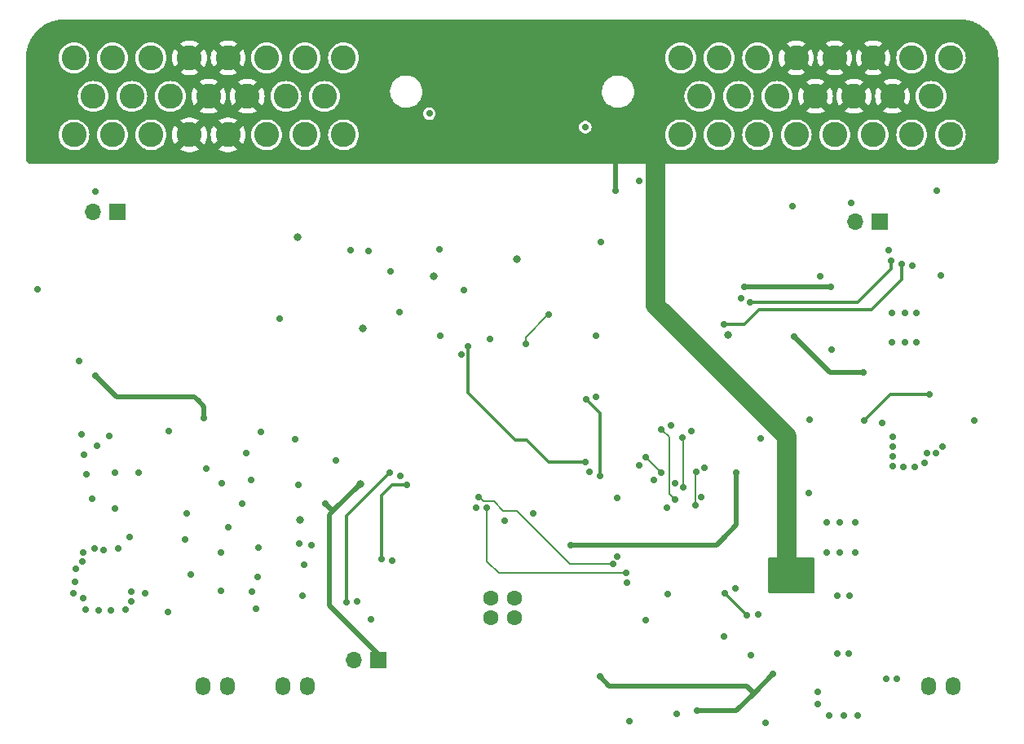
<source format=gbl>
G04 #@! TF.GenerationSoftware,KiCad,Pcbnew,7.0.8*
G04 #@! TF.CreationDate,2024-02-01T00:53:40-07:00*
G04 #@! TF.ProjectId,sdm24logger,73646d32-346c-46f6-9767-65722e6b6963,v3.1*
G04 #@! TF.SameCoordinates,Original*
G04 #@! TF.FileFunction,Copper,L4,Bot*
G04 #@! TF.FilePolarity,Positive*
%FSLAX46Y46*%
G04 Gerber Fmt 4.6, Leading zero omitted, Abs format (unit mm)*
G04 Created by KiCad (PCBNEW 7.0.8) date 2024-02-01 00:53:40*
%MOMM*%
%LPD*%
G01*
G04 APERTURE LIST*
G04 #@! TA.AperFunction,ComponentPad*
%ADD10R,1.700000X1.700000*%
G04 #@! TD*
G04 #@! TA.AperFunction,ComponentPad*
%ADD11O,1.700000X1.700000*%
G04 #@! TD*
G04 #@! TA.AperFunction,ComponentPad*
%ADD12C,2.600000*%
G04 #@! TD*
G04 #@! TA.AperFunction,ComponentPad*
%ADD13O,1.524000X1.924000*%
G04 #@! TD*
G04 #@! TA.AperFunction,ComponentPad*
%ADD14C,1.600000*%
G04 #@! TD*
G04 #@! TA.AperFunction,ViaPad*
%ADD15C,0.700000*%
G04 #@! TD*
G04 #@! TA.AperFunction,ViaPad*
%ADD16C,0.800000*%
G04 #@! TD*
G04 #@! TA.AperFunction,Conductor*
%ADD17C,0.500000*%
G04 #@! TD*
G04 #@! TA.AperFunction,Conductor*
%ADD18C,0.300000*%
G04 #@! TD*
G04 #@! TA.AperFunction,Conductor*
%ADD19C,2.000000*%
G04 #@! TD*
G04 #@! TA.AperFunction,Conductor*
%ADD20C,0.156500*%
G04 #@! TD*
G04 #@! TA.AperFunction,Conductor*
%ADD21C,0.200000*%
G04 #@! TD*
G04 APERTURE END LIST*
D10*
X91475000Y-102000000D03*
D11*
X88935000Y-102000000D03*
D12*
X114999999Y-94000000D03*
X111000000Y-94000000D03*
X107000000Y-94000000D03*
X103000000Y-94000000D03*
X99000001Y-94000000D03*
X95000001Y-94000000D03*
X91000002Y-94000000D03*
X87000002Y-94000000D03*
X113000001Y-90000000D03*
X109000001Y-90000000D03*
X105000001Y-90000000D03*
X101000002Y-90000000D03*
X97000002Y-90000000D03*
X93000003Y-90000000D03*
X89000003Y-90000000D03*
X114999999Y-86000000D03*
X111000000Y-86000000D03*
X107000000Y-86000000D03*
X103000000Y-86000000D03*
X99000001Y-86000000D03*
X95000001Y-86000000D03*
X91000002Y-86000000D03*
X87000002Y-86000000D03*
X177999999Y-94000000D03*
X174000000Y-94000000D03*
X170000000Y-94000000D03*
X166000000Y-94000000D03*
X162000001Y-94000000D03*
X158000001Y-94000000D03*
X154000002Y-94000000D03*
X150000002Y-94000000D03*
X176000001Y-90000000D03*
X172000001Y-90000000D03*
X168000001Y-90000000D03*
X164000002Y-90000000D03*
X160000002Y-90000000D03*
X156000003Y-90000000D03*
X152000003Y-90000000D03*
X177999999Y-86000000D03*
X174000000Y-86000000D03*
X170000000Y-86000000D03*
X166000000Y-86000000D03*
X162000001Y-86000000D03*
X158000001Y-86000000D03*
X154000002Y-86000000D03*
X150000002Y-86000000D03*
D10*
X170640000Y-103000000D03*
D11*
X168100000Y-103000000D03*
D10*
X118575000Y-148600000D03*
D11*
X116035000Y-148600000D03*
D13*
X111270000Y-151270000D03*
X108730000Y-151270000D03*
X102970000Y-151270000D03*
X100430000Y-151270000D03*
D14*
X132760000Y-142160000D03*
X130260000Y-142160000D03*
X130260000Y-144160000D03*
X132760000Y-144160000D03*
D13*
X178270000Y-151270000D03*
X175730000Y-151270000D03*
D15*
X176600000Y-99800000D03*
X176500000Y-127100000D03*
D16*
X110470000Y-134000000D03*
D15*
X119900000Y-108200000D03*
X110770000Y-141900000D03*
X165700000Y-116300000D03*
X149600000Y-154200000D03*
X148700000Y-141700000D03*
X111670000Y-136600000D03*
X92370000Y-143300000D03*
X170900000Y-123900000D03*
X149427750Y-130227750D03*
X110000000Y-125600000D03*
X94370000Y-141600000D03*
X171960000Y-112540000D03*
X171600000Y-106000000D03*
X92970000Y-142500000D03*
X155650000Y-141100000D03*
X110300000Y-130400000D03*
X124935000Y-105870000D03*
X168100000Y-137400000D03*
X165200000Y-137400000D03*
X175300000Y-128100000D03*
X90870000Y-143400000D03*
X149000000Y-124200000D03*
X102270000Y-141400000D03*
X165200000Y-134300000D03*
X104870000Y-127100000D03*
X143400000Y-131700000D03*
X166950000Y-154300000D03*
X108400000Y-113100000D03*
X106170000Y-136900000D03*
X87070000Y-140400000D03*
X164250000Y-151900000D03*
X174300000Y-128500000D03*
X172450000Y-150500000D03*
X167450000Y-147900000D03*
X177200000Y-126400000D03*
X92770000Y-135800000D03*
X103000000Y-134800000D03*
X105370000Y-129900000D03*
X87870000Y-138300000D03*
X156300000Y-111000000D03*
X105870000Y-143200000D03*
X110870000Y-138700000D03*
X163300000Y-131200000D03*
X102270000Y-137400000D03*
X106400000Y-124900000D03*
X91270000Y-129100000D03*
X117600000Y-106100000D03*
X127480000Y-110170000D03*
X148600000Y-132700000D03*
X88870000Y-131800000D03*
X140510000Y-128980000D03*
X127200000Y-116800000D03*
X92970000Y-141500000D03*
X87170000Y-139100000D03*
X172000000Y-125400000D03*
X161600000Y-101400000D03*
X89570000Y-143400000D03*
X147200000Y-129860280D03*
X152500000Y-128600000D03*
X105470000Y-141500000D03*
X125000000Y-114900000D03*
X163400000Y-123600000D03*
X144700000Y-154900000D03*
X88070000Y-127200000D03*
X120900000Y-129400000D03*
X174460000Y-115540000D03*
X174460000Y-112540000D03*
X172000000Y-128400000D03*
X166250000Y-147900000D03*
X110370000Y-136500000D03*
X86970000Y-141600000D03*
D16*
X110200000Y-104600000D03*
D15*
X98700000Y-133300000D03*
X96870000Y-124800000D03*
X158300000Y-125500000D03*
X157300000Y-148100000D03*
X98500000Y-136000000D03*
X115700000Y-106000000D03*
X151100000Y-124800000D03*
X180500000Y-123700000D03*
X128800000Y-132700000D03*
X134700000Y-133300000D03*
X96770000Y-143600000D03*
X165450000Y-154300000D03*
X83200000Y-110035000D03*
X168100000Y-134300000D03*
X154500000Y-146100000D03*
X116400000Y-142500000D03*
X166250000Y-141900000D03*
X172000000Y-126400000D03*
X106070000Y-139900000D03*
X87970000Y-142100000D03*
X91270000Y-132800000D03*
X141200000Y-114900000D03*
X87770000Y-125100000D03*
X89200000Y-99900000D03*
X146400000Y-144400000D03*
X114200000Y-127800000D03*
X102370000Y-130200000D03*
D16*
X124400000Y-108700000D03*
D15*
X87500000Y-117535000D03*
X90070000Y-137100000D03*
X130200000Y-115200000D03*
X99100000Y-139700000D03*
D16*
X133000000Y-106900000D03*
D15*
X91570000Y-137000000D03*
X90670000Y-125300000D03*
X175600000Y-127100000D03*
X168350000Y-154300000D03*
X88270000Y-129300000D03*
X117800000Y-144300000D03*
X166500000Y-134300000D03*
X87970000Y-137400000D03*
X123900000Y-91800000D03*
X120000000Y-138200000D03*
X167700000Y-101100000D03*
X177000000Y-108600000D03*
D16*
X117000000Y-114100000D03*
D15*
X158050000Y-143840000D03*
X89170000Y-137000000D03*
X164500000Y-108700000D03*
X141725000Y-105165000D03*
X158800000Y-155100000D03*
X172000000Y-127400000D03*
X144400000Y-140500000D03*
X88170000Y-143300000D03*
X145700000Y-128300000D03*
X173100000Y-128500000D03*
X166500000Y-137400000D03*
X171960000Y-115540000D03*
X104470000Y-132300000D03*
X167500000Y-141900000D03*
X140100000Y-93200000D03*
X100770000Y-128700000D03*
X174100000Y-107600000D03*
X143402270Y-137795461D03*
X93670000Y-129100000D03*
X131700000Y-134100000D03*
X171350000Y-150500000D03*
X173260000Y-112540000D03*
X152127750Y-131600000D03*
X173260000Y-115540000D03*
X120800000Y-112400000D03*
X141200000Y-121200000D03*
X164250000Y-153100000D03*
X145700000Y-98800000D03*
D16*
X154900000Y-114800000D03*
D15*
X89370000Y-126300000D03*
X165600000Y-109800000D03*
X156600000Y-109800000D03*
X89200000Y-119000000D03*
X113100000Y-132300000D03*
X151700000Y-153800000D03*
D16*
X116700000Y-130300000D03*
D15*
X141600000Y-150300000D03*
X100500000Y-123400000D03*
X159600000Y-150000000D03*
X140100000Y-128000000D03*
X127900000Y-116000000D03*
X161750000Y-114950000D03*
X169000000Y-118700000D03*
X138600000Y-136600000D03*
X155800000Y-129100000D03*
X161000000Y-139750000D03*
X161000000Y-138750000D03*
X163000000Y-138750000D03*
X160000000Y-140750000D03*
X160000000Y-138750000D03*
X162000000Y-140750000D03*
X163000000Y-139750000D03*
X161000000Y-140750000D03*
X163000000Y-140750000D03*
X160000000Y-139750000D03*
X162000000Y-138750000D03*
X143200000Y-99800000D03*
X162000000Y-139750000D03*
X141600000Y-129400000D03*
X140200000Y-121500000D03*
X156900000Y-143900000D03*
X154600000Y-141600000D03*
X115300000Y-142600000D03*
X119800000Y-129100000D03*
X143000000Y-138600000D03*
X129000000Y-131600000D03*
X144300000Y-139500000D03*
X129900000Y-132700000D03*
X146400000Y-127500000D03*
X148000000Y-129100000D03*
X151600000Y-129000000D03*
X151500000Y-132500000D03*
X149400000Y-131900000D03*
X148000000Y-124600000D03*
X150300000Y-130600000D03*
X150150000Y-125450000D03*
X136300000Y-112700000D03*
X133900000Y-115700000D03*
X118900000Y-138100000D03*
X121600000Y-130400000D03*
X173000000Y-107400000D03*
X154500000Y-113700000D03*
X171900000Y-107100000D03*
X157200000Y-111400000D03*
X169100000Y-123700000D03*
X175800000Y-121000000D03*
D17*
X118575000Y-147975000D02*
X118575000Y-148600000D01*
X155800000Y-153800000D02*
X157600000Y-152000000D01*
X116700000Y-130300000D02*
X113900000Y-133100000D01*
X113500000Y-133500000D02*
X113500000Y-142900000D01*
X113900000Y-133100000D02*
X113100000Y-132300000D01*
X113500000Y-142900000D02*
X118575000Y-147975000D01*
X156900000Y-151300000D02*
X157600000Y-152000000D01*
X97800000Y-121200000D02*
X99500000Y-121200000D01*
X141600000Y-150300000D02*
X142600000Y-151300000D01*
X99500000Y-121200000D02*
X99900000Y-121600000D01*
X151700000Y-153800000D02*
X155800000Y-153800000D01*
X100500000Y-122200000D02*
X100500000Y-123400000D01*
X91400000Y-121200000D02*
X97800000Y-121200000D01*
X89200000Y-119000000D02*
X91400000Y-121200000D01*
X113900000Y-133100000D02*
X113500000Y-133500000D01*
X142600000Y-151300000D02*
X156900000Y-151300000D01*
X99900000Y-121600000D02*
X100500000Y-122200000D01*
X156600000Y-109800000D02*
X165600000Y-109800000D01*
X157600000Y-152000000D02*
X159600000Y-150000000D01*
D18*
X136300000Y-128000000D02*
X140100000Y-128000000D01*
X134000000Y-125700000D02*
X136300000Y-128000000D01*
X132800000Y-125700000D02*
X134000000Y-125700000D01*
X127900000Y-116000000D02*
X127900000Y-120800000D01*
X127900000Y-120800000D02*
X132800000Y-125700000D01*
D17*
X165500000Y-118700000D02*
X169000000Y-118700000D01*
X161750000Y-114950000D02*
X165500000Y-118700000D01*
X155800000Y-134500000D02*
X155800000Y-129100000D01*
X154300000Y-136000000D02*
X154500000Y-135800000D01*
X153700000Y-136600000D02*
X154300000Y-136000000D01*
X138600000Y-136600000D02*
X153700000Y-136600000D01*
X154300000Y-136000000D02*
X155800000Y-134500000D01*
X143200000Y-99800000D02*
X143200000Y-96300000D01*
D19*
X161000000Y-138750000D02*
X161000000Y-125300000D01*
X147400000Y-111700000D02*
X147400000Y-95500000D01*
X161000000Y-125300000D02*
X147400000Y-111700000D01*
D18*
X141600000Y-122900000D02*
X140200000Y-121500000D01*
X141600000Y-129400000D02*
X141600000Y-122900000D01*
X154600000Y-141600000D02*
X156900000Y-143900000D01*
X119800000Y-129100000D02*
X115300000Y-133600000D01*
X115300000Y-133600000D02*
X115300000Y-142600000D01*
D20*
X129500000Y-132100000D02*
X129700000Y-132100000D01*
X138500000Y-138600000D02*
X143000000Y-138600000D01*
X129000000Y-131600000D02*
X129500000Y-132100000D01*
X130588480Y-132100000D02*
X131588480Y-133100000D01*
X133000000Y-133100000D02*
X138500000Y-138600000D01*
X129700000Y-132100000D02*
X130588480Y-132100000D01*
X131588480Y-133100000D02*
X133000000Y-133100000D01*
X131100000Y-139500000D02*
X129900000Y-138300000D01*
X144300000Y-139500000D02*
X131100000Y-139500000D01*
X129900000Y-138300000D02*
X129900000Y-132700000D01*
X148000000Y-129100000D02*
X146400000Y-127500000D01*
X151500000Y-132500000D02*
X151500000Y-129100000D01*
X151500000Y-129100000D02*
X151600000Y-129000000D01*
X148800000Y-125400000D02*
X148000000Y-124600000D01*
X148800000Y-131300000D02*
X148800000Y-125400000D01*
X149400000Y-131900000D02*
X148800000Y-131300000D01*
X150300000Y-130600000D02*
X150300000Y-125600000D01*
X150300000Y-125600000D02*
X150150000Y-125450000D01*
D21*
X136200000Y-112700000D02*
X136300000Y-112700000D01*
X133900000Y-115700000D02*
X133900000Y-115000000D01*
X133900000Y-115000000D02*
X136200000Y-112700000D01*
D18*
X118900000Y-138100000D02*
X118900000Y-131500000D01*
X120000000Y-130400000D02*
X121600000Y-130400000D01*
X118900000Y-131500000D02*
X120000000Y-130400000D01*
X173000000Y-109000000D02*
X173000000Y-107400000D01*
X156600000Y-113700000D02*
X158100000Y-112200000D01*
X154500000Y-113700000D02*
X156600000Y-113700000D01*
X158100000Y-112200000D02*
X169800000Y-112200000D01*
X169800000Y-112200000D02*
X173000000Y-109000000D01*
X168400000Y-111400000D02*
X170000000Y-109800000D01*
X171900000Y-107900000D02*
X171900000Y-107100000D01*
X170000000Y-109800000D02*
X171900000Y-107900000D01*
X157200000Y-111400000D02*
X168400000Y-111400000D01*
X171800000Y-121000000D02*
X175800000Y-121000000D01*
X169100000Y-123700000D02*
X171800000Y-121000000D01*
G04 #@! TA.AperFunction,Conductor*
G36*
X179001424Y-82000566D02*
G01*
X179054980Y-82003041D01*
X179172804Y-82008489D01*
X179367535Y-82018056D01*
X179376222Y-82018696D01*
X179380220Y-82019122D01*
X179563387Y-82044673D01*
X179749831Y-82072330D01*
X179754871Y-82073294D01*
X179939357Y-82116685D01*
X180052879Y-82145121D01*
X180120192Y-82161983D01*
X180124833Y-82163339D01*
X180305562Y-82223913D01*
X180475302Y-82284648D01*
X180480337Y-82286450D01*
X180484476Y-82288101D01*
X180559817Y-82321368D01*
X180659454Y-82365363D01*
X180826971Y-82444592D01*
X180830610Y-82446463D01*
X180929135Y-82501341D01*
X180998149Y-82539782D01*
X181156967Y-82634974D01*
X181160115Y-82636993D01*
X181318605Y-82745561D01*
X181467364Y-82855887D01*
X181470009Y-82857964D01*
X181618005Y-82980858D01*
X181618017Y-82980868D01*
X181755315Y-83105308D01*
X181757510Y-83107398D01*
X181892600Y-83242488D01*
X181894699Y-83244692D01*
X182019127Y-83381977D01*
X182142023Y-83529975D01*
X182144124Y-83532651D01*
X182254435Y-83681389D01*
X182363005Y-83839883D01*
X182365035Y-83843048D01*
X182460217Y-84001850D01*
X182553523Y-84169364D01*
X182555406Y-84173027D01*
X182634636Y-84340545D01*
X182711889Y-84515504D01*
X182713548Y-84519661D01*
X182776095Y-84694465D01*
X182836659Y-84875167D01*
X182838015Y-84879806D01*
X182883316Y-85060649D01*
X182926696Y-85245090D01*
X182927672Y-85250189D01*
X182955335Y-85436677D01*
X182980876Y-85619773D01*
X182981302Y-85623772D01*
X182981944Y-85632459D01*
X182991512Y-85827235D01*
X182999434Y-85998575D01*
X182999500Y-86001439D01*
X182999500Y-96499731D01*
X182998969Y-96507832D01*
X182985093Y-96613224D01*
X182976715Y-96644491D01*
X182939259Y-96734918D01*
X182923074Y-96762951D01*
X182863491Y-96840601D01*
X182840601Y-96863491D01*
X182762951Y-96923074D01*
X182734918Y-96939259D01*
X182644491Y-96976715D01*
X182613224Y-96985093D01*
X182524783Y-96996737D01*
X182504031Y-96999469D01*
X182495934Y-97000000D01*
X82504066Y-97000000D01*
X82495968Y-96999469D01*
X82472457Y-96996374D01*
X82386775Y-96985093D01*
X82355508Y-96976715D01*
X82265081Y-96939259D01*
X82237048Y-96923074D01*
X82159398Y-96863491D01*
X82136508Y-96840601D01*
X82076925Y-96762951D01*
X82060740Y-96734918D01*
X82023284Y-96644491D01*
X82014906Y-96613223D01*
X82001031Y-96507831D01*
X82000500Y-96499730D01*
X82000500Y-94000000D01*
X85394553Y-94000000D01*
X85414319Y-94251151D01*
X85473128Y-94496110D01*
X85569535Y-94728859D01*
X85701162Y-94943653D01*
X85701163Y-94943656D01*
X85756606Y-95008571D01*
X85864778Y-95135224D01*
X86013068Y-95261875D01*
X86056345Y-95298838D01*
X86056348Y-95298839D01*
X86271142Y-95430466D01*
X86498642Y-95524699D01*
X86503891Y-95526873D01*
X86748854Y-95585683D01*
X87000002Y-95605449D01*
X87251150Y-95585683D01*
X87496113Y-95526873D01*
X87728861Y-95430466D01*
X87943661Y-95298836D01*
X88135226Y-95135224D01*
X88298838Y-94943659D01*
X88430468Y-94728859D01*
X88526875Y-94496111D01*
X88585685Y-94251148D01*
X88605451Y-94000000D01*
X89394553Y-94000000D01*
X89414319Y-94251151D01*
X89473128Y-94496110D01*
X89569535Y-94728859D01*
X89701162Y-94943653D01*
X89701163Y-94943656D01*
X89756606Y-95008571D01*
X89864778Y-95135224D01*
X90013068Y-95261875D01*
X90056345Y-95298838D01*
X90056348Y-95298839D01*
X90271142Y-95430466D01*
X90498642Y-95524699D01*
X90503891Y-95526873D01*
X90748854Y-95585683D01*
X91000002Y-95605449D01*
X91251150Y-95585683D01*
X91496113Y-95526873D01*
X91728861Y-95430466D01*
X91943661Y-95298836D01*
X92135226Y-95135224D01*
X92298838Y-94943659D01*
X92430468Y-94728859D01*
X92526875Y-94496111D01*
X92585685Y-94251148D01*
X92605451Y-94000000D01*
X93394552Y-94000000D01*
X93414318Y-94251151D01*
X93473127Y-94496110D01*
X93569534Y-94728859D01*
X93701161Y-94943653D01*
X93701162Y-94943656D01*
X93756605Y-95008571D01*
X93864777Y-95135224D01*
X94013067Y-95261875D01*
X94056344Y-95298838D01*
X94056347Y-95298839D01*
X94271141Y-95430466D01*
X94498641Y-95524699D01*
X94503890Y-95526873D01*
X94748853Y-95585683D01*
X95000001Y-95605449D01*
X95251149Y-95585683D01*
X95496112Y-95526873D01*
X95728860Y-95430466D01*
X95943660Y-95298836D01*
X96135225Y-95135224D01*
X96298837Y-94943659D01*
X96430467Y-94728859D01*
X96526874Y-94496111D01*
X96585684Y-94251148D01*
X96605450Y-94000004D01*
X97194954Y-94000004D01*
X97215114Y-94269026D01*
X97215114Y-94269028D01*
X97275143Y-94532033D01*
X97275149Y-94532052D01*
X97373710Y-94783181D01*
X97475254Y-94959060D01*
X97475255Y-94959061D01*
X98165256Y-94269059D01*
X98181139Y-94326265D01*
X98270420Y-94494668D01*
X98393817Y-94639941D01*
X98545557Y-94755291D01*
X98718547Y-94835325D01*
X98728228Y-94837456D01*
X98040984Y-95524699D01*
X98097480Y-95563218D01*
X98340540Y-95680269D01*
X98340538Y-95680269D01*
X98598338Y-95759790D01*
X98598344Y-95759792D01*
X98865102Y-95799999D01*
X98865111Y-95800000D01*
X99134891Y-95800000D01*
X99134899Y-95799999D01*
X99401657Y-95759792D01*
X99401663Y-95759790D01*
X99659462Y-95680269D01*
X99902517Y-95563221D01*
X99902527Y-95563215D01*
X99959017Y-95524700D01*
X99268540Y-94834223D01*
X99370119Y-94799998D01*
X99533442Y-94701730D01*
X99671822Y-94570650D01*
X99778788Y-94412887D01*
X99835709Y-94270023D01*
X100524746Y-94959061D01*
X100524747Y-94959061D01*
X100626291Y-94783181D01*
X100724852Y-94532052D01*
X100724858Y-94532033D01*
X100784887Y-94269028D01*
X100784887Y-94269026D01*
X100805048Y-94000004D01*
X101194953Y-94000004D01*
X101215113Y-94269026D01*
X101215113Y-94269028D01*
X101275142Y-94532033D01*
X101275148Y-94532052D01*
X101373709Y-94783181D01*
X101475253Y-94959060D01*
X101475254Y-94959061D01*
X102165255Y-94269059D01*
X102181138Y-94326265D01*
X102270419Y-94494668D01*
X102393816Y-94639941D01*
X102545556Y-94755291D01*
X102718546Y-94835325D01*
X102728227Y-94837456D01*
X102040983Y-95524699D01*
X102097479Y-95563218D01*
X102340539Y-95680269D01*
X102340537Y-95680269D01*
X102598337Y-95759790D01*
X102598343Y-95759792D01*
X102865101Y-95799999D01*
X102865110Y-95800000D01*
X103134890Y-95800000D01*
X103134898Y-95799999D01*
X103401656Y-95759792D01*
X103401662Y-95759790D01*
X103659461Y-95680269D01*
X103902516Y-95563221D01*
X103902526Y-95563215D01*
X103959016Y-95524700D01*
X103268539Y-94834223D01*
X103370118Y-94799998D01*
X103533441Y-94701730D01*
X103671821Y-94570650D01*
X103778787Y-94412887D01*
X103835708Y-94270023D01*
X104524745Y-94959061D01*
X104524746Y-94959061D01*
X104626290Y-94783181D01*
X104724851Y-94532052D01*
X104724857Y-94532033D01*
X104784886Y-94269028D01*
X104784886Y-94269026D01*
X104805047Y-94000004D01*
X104805047Y-94000000D01*
X105394551Y-94000000D01*
X105414317Y-94251151D01*
X105473126Y-94496110D01*
X105569533Y-94728859D01*
X105701160Y-94943653D01*
X105701161Y-94943656D01*
X105756604Y-95008571D01*
X105864776Y-95135224D01*
X106013066Y-95261875D01*
X106056343Y-95298838D01*
X106056346Y-95298839D01*
X106271140Y-95430466D01*
X106498640Y-95524699D01*
X106503889Y-95526873D01*
X106748852Y-95585683D01*
X107000000Y-95605449D01*
X107251148Y-95585683D01*
X107496111Y-95526873D01*
X107728859Y-95430466D01*
X107943659Y-95298836D01*
X108135224Y-95135224D01*
X108298836Y-94943659D01*
X108430466Y-94728859D01*
X108526873Y-94496111D01*
X108585683Y-94251148D01*
X108605449Y-94000000D01*
X109394551Y-94000000D01*
X109414317Y-94251151D01*
X109473126Y-94496110D01*
X109569533Y-94728859D01*
X109701160Y-94943653D01*
X109701161Y-94943656D01*
X109756604Y-95008571D01*
X109864776Y-95135224D01*
X110013066Y-95261875D01*
X110056343Y-95298838D01*
X110056346Y-95298839D01*
X110271140Y-95430466D01*
X110498640Y-95524699D01*
X110503889Y-95526873D01*
X110748852Y-95585683D01*
X111000000Y-95605449D01*
X111251148Y-95585683D01*
X111496111Y-95526873D01*
X111728859Y-95430466D01*
X111943659Y-95298836D01*
X112135224Y-95135224D01*
X112298836Y-94943659D01*
X112430466Y-94728859D01*
X112526873Y-94496111D01*
X112585683Y-94251148D01*
X112605449Y-94000000D01*
X113394550Y-94000000D01*
X113414316Y-94251151D01*
X113473125Y-94496110D01*
X113569532Y-94728859D01*
X113701159Y-94943653D01*
X113701160Y-94943656D01*
X113756603Y-95008571D01*
X113864775Y-95135224D01*
X114013065Y-95261875D01*
X114056342Y-95298838D01*
X114056345Y-95298839D01*
X114271139Y-95430466D01*
X114498639Y-95524699D01*
X114503888Y-95526873D01*
X114748851Y-95585683D01*
X114999999Y-95605449D01*
X115251147Y-95585683D01*
X115496110Y-95526873D01*
X115728858Y-95430466D01*
X115943658Y-95298836D01*
X116135223Y-95135224D01*
X116298835Y-94943659D01*
X116430465Y-94728859D01*
X116526872Y-94496111D01*
X116585682Y-94251148D01*
X116605448Y-94000000D01*
X148394553Y-94000000D01*
X148414319Y-94251151D01*
X148473128Y-94496110D01*
X148569535Y-94728859D01*
X148701162Y-94943653D01*
X148701163Y-94943656D01*
X148756606Y-95008571D01*
X148864778Y-95135224D01*
X149013068Y-95261875D01*
X149056345Y-95298838D01*
X149056348Y-95298839D01*
X149271142Y-95430466D01*
X149498642Y-95524699D01*
X149503891Y-95526873D01*
X149748854Y-95585683D01*
X150000002Y-95605449D01*
X150251150Y-95585683D01*
X150496113Y-95526873D01*
X150728861Y-95430466D01*
X150943661Y-95298836D01*
X151135226Y-95135224D01*
X151298838Y-94943659D01*
X151430468Y-94728859D01*
X151526875Y-94496111D01*
X151585685Y-94251148D01*
X151605451Y-94000000D01*
X152394553Y-94000000D01*
X152414319Y-94251151D01*
X152473128Y-94496110D01*
X152569535Y-94728859D01*
X152701162Y-94943653D01*
X152701163Y-94943656D01*
X152756606Y-95008571D01*
X152864778Y-95135224D01*
X153013068Y-95261875D01*
X153056345Y-95298838D01*
X153056348Y-95298839D01*
X153271142Y-95430466D01*
X153498642Y-95524699D01*
X153503891Y-95526873D01*
X153748854Y-95585683D01*
X154000002Y-95605449D01*
X154251150Y-95585683D01*
X154496113Y-95526873D01*
X154728861Y-95430466D01*
X154943661Y-95298836D01*
X155135226Y-95135224D01*
X155298838Y-94943659D01*
X155430468Y-94728859D01*
X155526875Y-94496111D01*
X155585685Y-94251148D01*
X155605451Y-94000000D01*
X156394552Y-94000000D01*
X156414318Y-94251151D01*
X156473127Y-94496110D01*
X156569534Y-94728859D01*
X156701161Y-94943653D01*
X156701162Y-94943656D01*
X156756605Y-95008571D01*
X156864777Y-95135224D01*
X157013067Y-95261875D01*
X157056344Y-95298838D01*
X157056347Y-95298839D01*
X157271141Y-95430466D01*
X157498641Y-95524699D01*
X157503890Y-95526873D01*
X157748853Y-95585683D01*
X158000001Y-95605449D01*
X158251149Y-95585683D01*
X158496112Y-95526873D01*
X158728860Y-95430466D01*
X158943660Y-95298836D01*
X159135225Y-95135224D01*
X159298837Y-94943659D01*
X159430467Y-94728859D01*
X159526874Y-94496111D01*
X159585684Y-94251148D01*
X159605450Y-94000000D01*
X160394552Y-94000000D01*
X160414318Y-94251151D01*
X160473127Y-94496110D01*
X160569534Y-94728859D01*
X160701161Y-94943653D01*
X160701162Y-94943656D01*
X160756605Y-95008571D01*
X160864777Y-95135224D01*
X161013067Y-95261875D01*
X161056344Y-95298838D01*
X161056347Y-95298839D01*
X161271141Y-95430466D01*
X161498641Y-95524699D01*
X161503890Y-95526873D01*
X161748853Y-95585683D01*
X162000001Y-95605449D01*
X162251149Y-95585683D01*
X162496112Y-95526873D01*
X162728860Y-95430466D01*
X162943660Y-95298836D01*
X163135225Y-95135224D01*
X163298837Y-94943659D01*
X163430467Y-94728859D01*
X163526874Y-94496111D01*
X163585684Y-94251148D01*
X163605450Y-94000000D01*
X164394551Y-94000000D01*
X164414317Y-94251151D01*
X164473126Y-94496110D01*
X164569533Y-94728859D01*
X164701160Y-94943653D01*
X164701161Y-94943656D01*
X164756604Y-95008571D01*
X164864776Y-95135224D01*
X165013066Y-95261875D01*
X165056343Y-95298838D01*
X165056346Y-95298839D01*
X165271140Y-95430466D01*
X165498640Y-95524699D01*
X165503889Y-95526873D01*
X165748852Y-95585683D01*
X166000000Y-95605449D01*
X166251148Y-95585683D01*
X166496111Y-95526873D01*
X166728859Y-95430466D01*
X166943659Y-95298836D01*
X167135224Y-95135224D01*
X167298836Y-94943659D01*
X167430466Y-94728859D01*
X167526873Y-94496111D01*
X167585683Y-94251148D01*
X167605449Y-94000000D01*
X168394551Y-94000000D01*
X168414317Y-94251151D01*
X168473126Y-94496110D01*
X168569533Y-94728859D01*
X168701160Y-94943653D01*
X168701161Y-94943656D01*
X168756604Y-95008571D01*
X168864776Y-95135224D01*
X169013066Y-95261875D01*
X169056343Y-95298838D01*
X169056346Y-95298839D01*
X169271140Y-95430466D01*
X169498640Y-95524699D01*
X169503889Y-95526873D01*
X169748852Y-95585683D01*
X170000000Y-95605449D01*
X170251148Y-95585683D01*
X170496111Y-95526873D01*
X170728859Y-95430466D01*
X170943659Y-95298836D01*
X171135224Y-95135224D01*
X171298836Y-94943659D01*
X171430466Y-94728859D01*
X171526873Y-94496111D01*
X171585683Y-94251148D01*
X171605449Y-94000000D01*
X172394551Y-94000000D01*
X172414317Y-94251151D01*
X172473126Y-94496110D01*
X172569533Y-94728859D01*
X172701160Y-94943653D01*
X172701161Y-94943656D01*
X172756604Y-95008571D01*
X172864776Y-95135224D01*
X173013066Y-95261875D01*
X173056343Y-95298838D01*
X173056346Y-95298839D01*
X173271140Y-95430466D01*
X173498640Y-95524699D01*
X173503889Y-95526873D01*
X173748852Y-95585683D01*
X174000000Y-95605449D01*
X174251148Y-95585683D01*
X174496111Y-95526873D01*
X174728859Y-95430466D01*
X174943659Y-95298836D01*
X175135224Y-95135224D01*
X175298836Y-94943659D01*
X175430466Y-94728859D01*
X175526873Y-94496111D01*
X175585683Y-94251148D01*
X175605449Y-94000000D01*
X176394550Y-94000000D01*
X176414316Y-94251151D01*
X176473125Y-94496110D01*
X176569532Y-94728859D01*
X176701159Y-94943653D01*
X176701160Y-94943656D01*
X176756603Y-95008571D01*
X176864775Y-95135224D01*
X177013065Y-95261875D01*
X177056342Y-95298838D01*
X177056345Y-95298839D01*
X177271139Y-95430466D01*
X177498639Y-95524699D01*
X177503888Y-95526873D01*
X177748851Y-95585683D01*
X177999999Y-95605449D01*
X178251147Y-95585683D01*
X178496110Y-95526873D01*
X178728858Y-95430466D01*
X178943658Y-95298836D01*
X179135223Y-95135224D01*
X179298835Y-94943659D01*
X179430465Y-94728859D01*
X179526872Y-94496111D01*
X179585682Y-94251148D01*
X179605448Y-94000000D01*
X179585682Y-93748852D01*
X179526872Y-93503889D01*
X179467296Y-93360059D01*
X179430465Y-93271140D01*
X179298838Y-93056346D01*
X179298837Y-93056343D01*
X179261874Y-93013066D01*
X179135223Y-92864776D01*
X179008570Y-92756604D01*
X178943655Y-92701161D01*
X178943652Y-92701160D01*
X178728858Y-92569533D01*
X178496109Y-92473126D01*
X178251150Y-92414317D01*
X177999999Y-92394551D01*
X177748847Y-92414317D01*
X177503888Y-92473126D01*
X177271139Y-92569533D01*
X177056345Y-92701160D01*
X177056342Y-92701161D01*
X176864775Y-92864776D01*
X176701160Y-93056343D01*
X176701159Y-93056346D01*
X176569532Y-93271140D01*
X176473125Y-93503889D01*
X176414316Y-93748848D01*
X176394550Y-94000000D01*
X175605449Y-94000000D01*
X175585683Y-93748852D01*
X175526873Y-93503889D01*
X175467297Y-93360059D01*
X175430466Y-93271140D01*
X175298839Y-93056346D01*
X175298838Y-93056343D01*
X175261875Y-93013066D01*
X175135224Y-92864776D01*
X175008571Y-92756604D01*
X174943656Y-92701161D01*
X174943653Y-92701160D01*
X174728859Y-92569533D01*
X174496110Y-92473126D01*
X174251151Y-92414317D01*
X174000000Y-92394551D01*
X173748848Y-92414317D01*
X173503889Y-92473126D01*
X173271140Y-92569533D01*
X173056346Y-92701160D01*
X173056343Y-92701161D01*
X172864776Y-92864776D01*
X172701161Y-93056343D01*
X172701160Y-93056346D01*
X172569533Y-93271140D01*
X172473126Y-93503889D01*
X172414317Y-93748848D01*
X172394551Y-94000000D01*
X171605449Y-94000000D01*
X171585683Y-93748852D01*
X171526873Y-93503889D01*
X171467297Y-93360059D01*
X171430466Y-93271140D01*
X171298839Y-93056346D01*
X171298838Y-93056343D01*
X171261875Y-93013066D01*
X171135224Y-92864776D01*
X171008571Y-92756604D01*
X170943656Y-92701161D01*
X170943653Y-92701160D01*
X170728859Y-92569533D01*
X170496110Y-92473126D01*
X170251151Y-92414317D01*
X170000000Y-92394551D01*
X169748848Y-92414317D01*
X169503889Y-92473126D01*
X169271140Y-92569533D01*
X169056346Y-92701160D01*
X169056343Y-92701161D01*
X168864776Y-92864776D01*
X168701161Y-93056343D01*
X168701160Y-93056346D01*
X168569533Y-93271140D01*
X168473126Y-93503889D01*
X168414317Y-93748848D01*
X168394551Y-94000000D01*
X167605449Y-94000000D01*
X167585683Y-93748852D01*
X167526873Y-93503889D01*
X167467297Y-93360059D01*
X167430466Y-93271140D01*
X167298839Y-93056346D01*
X167298838Y-93056343D01*
X167261875Y-93013066D01*
X167135224Y-92864776D01*
X167008571Y-92756604D01*
X166943656Y-92701161D01*
X166943653Y-92701160D01*
X166728859Y-92569533D01*
X166496110Y-92473126D01*
X166251151Y-92414317D01*
X166000000Y-92394551D01*
X165748848Y-92414317D01*
X165503889Y-92473126D01*
X165271140Y-92569533D01*
X165056346Y-92701160D01*
X165056343Y-92701161D01*
X164864776Y-92864776D01*
X164701161Y-93056343D01*
X164701160Y-93056346D01*
X164569533Y-93271140D01*
X164473126Y-93503889D01*
X164414317Y-93748848D01*
X164394551Y-94000000D01*
X163605450Y-94000000D01*
X163585684Y-93748852D01*
X163526874Y-93503889D01*
X163467298Y-93360059D01*
X163430467Y-93271140D01*
X163298840Y-93056346D01*
X163298839Y-93056343D01*
X163261876Y-93013066D01*
X163135225Y-92864776D01*
X163008572Y-92756604D01*
X162943657Y-92701161D01*
X162943654Y-92701160D01*
X162728860Y-92569533D01*
X162496111Y-92473126D01*
X162251152Y-92414317D01*
X162000001Y-92394551D01*
X161748849Y-92414317D01*
X161503890Y-92473126D01*
X161271141Y-92569533D01*
X161056347Y-92701160D01*
X161056344Y-92701161D01*
X160864777Y-92864776D01*
X160701162Y-93056343D01*
X160701161Y-93056346D01*
X160569534Y-93271140D01*
X160473127Y-93503889D01*
X160414318Y-93748848D01*
X160394552Y-94000000D01*
X159605450Y-94000000D01*
X159585684Y-93748852D01*
X159526874Y-93503889D01*
X159467298Y-93360059D01*
X159430467Y-93271140D01*
X159298840Y-93056346D01*
X159298839Y-93056343D01*
X159261876Y-93013066D01*
X159135225Y-92864776D01*
X159008572Y-92756604D01*
X158943657Y-92701161D01*
X158943654Y-92701160D01*
X158728860Y-92569533D01*
X158496111Y-92473126D01*
X158251152Y-92414317D01*
X158000001Y-92394551D01*
X157748849Y-92414317D01*
X157503890Y-92473126D01*
X157271141Y-92569533D01*
X157056347Y-92701160D01*
X157056344Y-92701161D01*
X156864777Y-92864776D01*
X156701162Y-93056343D01*
X156701161Y-93056346D01*
X156569534Y-93271140D01*
X156473127Y-93503889D01*
X156414318Y-93748848D01*
X156394552Y-94000000D01*
X155605451Y-94000000D01*
X155585685Y-93748852D01*
X155526875Y-93503889D01*
X155467299Y-93360059D01*
X155430468Y-93271140D01*
X155298841Y-93056346D01*
X155298840Y-93056343D01*
X155261877Y-93013066D01*
X155135226Y-92864776D01*
X155008573Y-92756604D01*
X154943658Y-92701161D01*
X154943655Y-92701160D01*
X154728861Y-92569533D01*
X154496112Y-92473126D01*
X154251153Y-92414317D01*
X154000002Y-92394551D01*
X153748850Y-92414317D01*
X153503891Y-92473126D01*
X153271142Y-92569533D01*
X153056348Y-92701160D01*
X153056345Y-92701161D01*
X152864778Y-92864776D01*
X152701163Y-93056343D01*
X152701162Y-93056346D01*
X152569535Y-93271140D01*
X152473128Y-93503889D01*
X152414319Y-93748848D01*
X152394553Y-94000000D01*
X151605451Y-94000000D01*
X151585685Y-93748852D01*
X151526875Y-93503889D01*
X151467299Y-93360059D01*
X151430468Y-93271140D01*
X151298841Y-93056346D01*
X151298840Y-93056343D01*
X151261877Y-93013066D01*
X151135226Y-92864776D01*
X151008573Y-92756604D01*
X150943658Y-92701161D01*
X150943655Y-92701160D01*
X150728861Y-92569533D01*
X150496112Y-92473126D01*
X150251153Y-92414317D01*
X150000002Y-92394551D01*
X149748850Y-92414317D01*
X149503891Y-92473126D01*
X149271142Y-92569533D01*
X149056348Y-92701160D01*
X149056345Y-92701161D01*
X148864778Y-92864776D01*
X148701163Y-93056343D01*
X148701162Y-93056346D01*
X148569535Y-93271140D01*
X148473128Y-93503889D01*
X148414319Y-93748848D01*
X148394553Y-94000000D01*
X116605448Y-94000000D01*
X116585682Y-93748852D01*
X116526872Y-93503889D01*
X116467296Y-93360059D01*
X116430465Y-93271140D01*
X116386870Y-93200000D01*
X139444722Y-93200000D01*
X139463762Y-93356818D01*
X139505916Y-93467966D01*
X139519780Y-93504523D01*
X139609517Y-93634530D01*
X139727760Y-93739283D01*
X139727762Y-93739284D01*
X139867634Y-93812696D01*
X140021014Y-93850500D01*
X140021015Y-93850500D01*
X140178985Y-93850500D01*
X140332365Y-93812696D01*
X140472240Y-93739283D01*
X140590483Y-93634530D01*
X140680220Y-93504523D01*
X140736237Y-93356818D01*
X140755278Y-93200000D01*
X140747889Y-93139141D01*
X140736237Y-93043181D01*
X140714992Y-92987164D01*
X140680220Y-92895477D01*
X140590483Y-92765470D01*
X140472240Y-92660717D01*
X140472238Y-92660716D01*
X140472237Y-92660715D01*
X140332365Y-92587303D01*
X140178986Y-92549500D01*
X140178985Y-92549500D01*
X140021015Y-92549500D01*
X140021014Y-92549500D01*
X139867634Y-92587303D01*
X139727762Y-92660715D01*
X139609516Y-92765471D01*
X139519781Y-92895475D01*
X139519780Y-92895476D01*
X139463762Y-93043181D01*
X139444722Y-93199999D01*
X139444722Y-93200000D01*
X116386870Y-93200000D01*
X116298838Y-93056346D01*
X116298837Y-93056343D01*
X116261874Y-93013066D01*
X116135223Y-92864776D01*
X116008570Y-92756604D01*
X115943655Y-92701161D01*
X115943652Y-92701160D01*
X115728858Y-92569533D01*
X115496109Y-92473126D01*
X115251150Y-92414317D01*
X114999999Y-92394551D01*
X114748847Y-92414317D01*
X114503888Y-92473126D01*
X114271139Y-92569533D01*
X114056345Y-92701160D01*
X114056342Y-92701161D01*
X113864775Y-92864776D01*
X113701160Y-93056343D01*
X113701159Y-93056346D01*
X113569532Y-93271140D01*
X113473125Y-93503889D01*
X113414316Y-93748848D01*
X113394550Y-94000000D01*
X112605449Y-94000000D01*
X112585683Y-93748852D01*
X112526873Y-93503889D01*
X112467297Y-93360059D01*
X112430466Y-93271140D01*
X112298839Y-93056346D01*
X112298838Y-93056343D01*
X112261875Y-93013066D01*
X112135224Y-92864776D01*
X112008571Y-92756604D01*
X111943656Y-92701161D01*
X111943653Y-92701160D01*
X111728859Y-92569533D01*
X111496110Y-92473126D01*
X111251151Y-92414317D01*
X111000000Y-92394551D01*
X110748848Y-92414317D01*
X110503889Y-92473126D01*
X110271140Y-92569533D01*
X110056346Y-92701160D01*
X110056343Y-92701161D01*
X109864776Y-92864776D01*
X109701161Y-93056343D01*
X109701160Y-93056346D01*
X109569533Y-93271140D01*
X109473126Y-93503889D01*
X109414317Y-93748848D01*
X109394551Y-94000000D01*
X108605449Y-94000000D01*
X108585683Y-93748852D01*
X108526873Y-93503889D01*
X108467297Y-93360059D01*
X108430466Y-93271140D01*
X108298839Y-93056346D01*
X108298838Y-93056343D01*
X108261875Y-93013066D01*
X108135224Y-92864776D01*
X108008571Y-92756604D01*
X107943656Y-92701161D01*
X107943653Y-92701160D01*
X107728859Y-92569533D01*
X107496110Y-92473126D01*
X107251151Y-92414317D01*
X107000000Y-92394551D01*
X106748848Y-92414317D01*
X106503889Y-92473126D01*
X106271140Y-92569533D01*
X106056346Y-92701160D01*
X106056343Y-92701161D01*
X105864776Y-92864776D01*
X105701161Y-93056343D01*
X105701160Y-93056346D01*
X105569533Y-93271140D01*
X105473126Y-93503889D01*
X105414317Y-93748848D01*
X105394551Y-94000000D01*
X104805047Y-94000000D01*
X104805047Y-93999995D01*
X104784886Y-93730973D01*
X104784886Y-93730971D01*
X104724857Y-93467966D01*
X104724851Y-93467947D01*
X104626290Y-93216818D01*
X104524745Y-93040937D01*
X103834744Y-93730938D01*
X103818862Y-93673735D01*
X103729581Y-93505332D01*
X103606184Y-93360059D01*
X103454444Y-93244709D01*
X103281454Y-93164675D01*
X103271771Y-93162543D01*
X103959016Y-92475297D01*
X103902531Y-92436787D01*
X103902518Y-92436780D01*
X103659460Y-92319730D01*
X103659462Y-92319730D01*
X103401662Y-92240209D01*
X103401656Y-92240207D01*
X103134898Y-92200000D01*
X102865101Y-92200000D01*
X102598343Y-92240207D01*
X102598337Y-92240209D01*
X102340538Y-92319730D01*
X102097485Y-92436778D01*
X102097476Y-92436783D01*
X102040983Y-92475299D01*
X102731460Y-93165776D01*
X102629882Y-93200002D01*
X102466559Y-93298270D01*
X102328179Y-93429350D01*
X102221213Y-93587113D01*
X102164291Y-93729975D01*
X101475253Y-93040937D01*
X101475251Y-93040938D01*
X101373712Y-93216812D01*
X101373709Y-93216818D01*
X101275148Y-93467947D01*
X101275142Y-93467966D01*
X101215113Y-93730971D01*
X101215113Y-93730973D01*
X101194953Y-93999995D01*
X101194953Y-94000004D01*
X100805048Y-94000004D01*
X100805048Y-93999995D01*
X100784887Y-93730973D01*
X100784887Y-93730971D01*
X100724858Y-93467966D01*
X100724852Y-93467947D01*
X100626291Y-93216818D01*
X100524746Y-93040937D01*
X99834745Y-93730938D01*
X99818863Y-93673735D01*
X99729582Y-93505332D01*
X99606185Y-93360059D01*
X99454445Y-93244709D01*
X99281455Y-93164675D01*
X99271772Y-93162543D01*
X99959017Y-92475297D01*
X99902532Y-92436787D01*
X99902519Y-92436780D01*
X99659461Y-92319730D01*
X99659463Y-92319730D01*
X99401663Y-92240209D01*
X99401657Y-92240207D01*
X99134899Y-92200000D01*
X98865102Y-92200000D01*
X98598344Y-92240207D01*
X98598338Y-92240209D01*
X98340539Y-92319730D01*
X98097486Y-92436778D01*
X98097477Y-92436783D01*
X98040984Y-92475299D01*
X98731461Y-93165776D01*
X98629883Y-93200002D01*
X98466560Y-93298270D01*
X98328180Y-93429350D01*
X98221214Y-93587113D01*
X98164292Y-93729975D01*
X97475254Y-93040937D01*
X97475252Y-93040938D01*
X97373713Y-93216812D01*
X97373710Y-93216818D01*
X97275149Y-93467947D01*
X97275143Y-93467966D01*
X97215114Y-93730971D01*
X97215114Y-93730973D01*
X97194954Y-93999995D01*
X97194954Y-94000004D01*
X96605450Y-94000004D01*
X96605450Y-94000000D01*
X96585684Y-93748852D01*
X96526874Y-93503889D01*
X96467298Y-93360059D01*
X96430467Y-93271140D01*
X96298840Y-93056346D01*
X96298839Y-93056343D01*
X96261876Y-93013066D01*
X96135225Y-92864776D01*
X96008572Y-92756604D01*
X95943657Y-92701161D01*
X95943654Y-92701160D01*
X95728860Y-92569533D01*
X95496111Y-92473126D01*
X95251152Y-92414317D01*
X95000001Y-92394551D01*
X94748849Y-92414317D01*
X94503890Y-92473126D01*
X94271141Y-92569533D01*
X94056347Y-92701160D01*
X94056344Y-92701161D01*
X93864777Y-92864776D01*
X93701162Y-93056343D01*
X93701161Y-93056346D01*
X93569534Y-93271140D01*
X93473127Y-93503889D01*
X93414318Y-93748848D01*
X93394552Y-94000000D01*
X92605451Y-94000000D01*
X92585685Y-93748852D01*
X92526875Y-93503889D01*
X92467299Y-93360059D01*
X92430468Y-93271140D01*
X92298841Y-93056346D01*
X92298840Y-93056343D01*
X92261877Y-93013066D01*
X92135226Y-92864776D01*
X92008573Y-92756604D01*
X91943658Y-92701161D01*
X91943655Y-92701160D01*
X91728861Y-92569533D01*
X91496112Y-92473126D01*
X91251153Y-92414317D01*
X91000002Y-92394551D01*
X90748850Y-92414317D01*
X90503891Y-92473126D01*
X90271142Y-92569533D01*
X90056348Y-92701160D01*
X90056345Y-92701161D01*
X89864778Y-92864776D01*
X89701163Y-93056343D01*
X89701162Y-93056346D01*
X89569535Y-93271140D01*
X89473128Y-93503889D01*
X89414319Y-93748848D01*
X89394553Y-94000000D01*
X88605451Y-94000000D01*
X88585685Y-93748852D01*
X88526875Y-93503889D01*
X88467299Y-93360059D01*
X88430468Y-93271140D01*
X88298841Y-93056346D01*
X88298840Y-93056343D01*
X88261877Y-93013066D01*
X88135226Y-92864776D01*
X88008573Y-92756604D01*
X87943658Y-92701161D01*
X87943655Y-92701160D01*
X87728861Y-92569533D01*
X87496112Y-92473126D01*
X87251153Y-92414317D01*
X87000002Y-92394551D01*
X86748850Y-92414317D01*
X86503891Y-92473126D01*
X86271142Y-92569533D01*
X86056348Y-92701160D01*
X86056345Y-92701161D01*
X85864778Y-92864776D01*
X85701163Y-93056343D01*
X85701162Y-93056346D01*
X85569535Y-93271140D01*
X85473128Y-93503889D01*
X85414319Y-93748848D01*
X85394553Y-94000000D01*
X82000500Y-94000000D01*
X82000500Y-90000000D01*
X87394554Y-90000000D01*
X87414320Y-90251151D01*
X87473129Y-90496110D01*
X87569536Y-90728859D01*
X87701163Y-90943653D01*
X87701164Y-90943656D01*
X87752465Y-91003721D01*
X87864779Y-91135224D01*
X88011710Y-91260715D01*
X88056346Y-91298838D01*
X88056349Y-91298839D01*
X88271143Y-91430466D01*
X88428095Y-91495477D01*
X88503892Y-91526873D01*
X88748855Y-91585683D01*
X89000003Y-91605449D01*
X89251151Y-91585683D01*
X89496114Y-91526873D01*
X89728862Y-91430466D01*
X89943662Y-91298836D01*
X90135227Y-91135224D01*
X90298839Y-90943659D01*
X90430469Y-90728859D01*
X90526876Y-90496111D01*
X90585686Y-90251148D01*
X90605452Y-90000000D01*
X91394554Y-90000000D01*
X91414320Y-90251151D01*
X91473129Y-90496110D01*
X91569536Y-90728859D01*
X91701163Y-90943653D01*
X91701164Y-90943656D01*
X91752465Y-91003721D01*
X91864779Y-91135224D01*
X92011710Y-91260715D01*
X92056346Y-91298838D01*
X92056349Y-91298839D01*
X92271143Y-91430466D01*
X92428095Y-91495477D01*
X92503892Y-91526873D01*
X92748855Y-91585683D01*
X93000003Y-91605449D01*
X93251151Y-91585683D01*
X93496114Y-91526873D01*
X93728862Y-91430466D01*
X93943662Y-91298836D01*
X94135227Y-91135224D01*
X94298839Y-90943659D01*
X94430469Y-90728859D01*
X94526876Y-90496111D01*
X94585686Y-90251148D01*
X94605452Y-90000000D01*
X95394553Y-90000000D01*
X95414319Y-90251151D01*
X95473128Y-90496110D01*
X95569535Y-90728859D01*
X95701162Y-90943653D01*
X95701163Y-90943656D01*
X95752464Y-91003721D01*
X95864778Y-91135224D01*
X96011709Y-91260715D01*
X96056345Y-91298838D01*
X96056348Y-91298839D01*
X96271142Y-91430466D01*
X96428094Y-91495477D01*
X96503891Y-91526873D01*
X96748854Y-91585683D01*
X97000002Y-91605449D01*
X97251150Y-91585683D01*
X97496113Y-91526873D01*
X97728861Y-91430466D01*
X97943661Y-91298836D01*
X98135226Y-91135224D01*
X98298838Y-90943659D01*
X98430468Y-90728859D01*
X98526875Y-90496111D01*
X98585685Y-90251148D01*
X98605451Y-90000004D01*
X99194955Y-90000004D01*
X99215115Y-90269026D01*
X99215115Y-90269028D01*
X99275144Y-90532033D01*
X99275150Y-90532052D01*
X99373711Y-90783181D01*
X99475255Y-90959060D01*
X99475256Y-90959061D01*
X100165257Y-90269059D01*
X100181140Y-90326265D01*
X100270421Y-90494668D01*
X100393818Y-90639941D01*
X100545558Y-90755291D01*
X100718548Y-90835325D01*
X100728229Y-90837456D01*
X100040985Y-91524699D01*
X100097481Y-91563218D01*
X100340541Y-91680269D01*
X100340539Y-91680269D01*
X100598339Y-91759790D01*
X100598345Y-91759792D01*
X100865103Y-91799999D01*
X100865112Y-91800000D01*
X101134892Y-91800000D01*
X101134900Y-91799999D01*
X101401658Y-91759792D01*
X101401664Y-91759790D01*
X101659463Y-91680269D01*
X101902518Y-91563221D01*
X101902528Y-91563215D01*
X101959018Y-91524700D01*
X101268541Y-90834223D01*
X101370120Y-90799998D01*
X101533443Y-90701730D01*
X101671823Y-90570650D01*
X101778789Y-90412887D01*
X101835710Y-90270024D01*
X102524747Y-90959061D01*
X102524748Y-90959061D01*
X102626292Y-90783181D01*
X102724853Y-90532052D01*
X102724859Y-90532033D01*
X102784888Y-90269028D01*
X102784888Y-90269026D01*
X102805049Y-90000004D01*
X103194954Y-90000004D01*
X103215114Y-90269026D01*
X103215114Y-90269028D01*
X103275143Y-90532033D01*
X103275149Y-90532052D01*
X103373710Y-90783181D01*
X103475254Y-90959060D01*
X103475255Y-90959061D01*
X104165256Y-90269059D01*
X104181139Y-90326265D01*
X104270420Y-90494668D01*
X104393817Y-90639941D01*
X104545557Y-90755291D01*
X104718547Y-90835325D01*
X104728228Y-90837456D01*
X104040984Y-91524699D01*
X104097480Y-91563218D01*
X104340540Y-91680269D01*
X104340538Y-91680269D01*
X104598338Y-91759790D01*
X104598344Y-91759792D01*
X104865102Y-91799999D01*
X104865111Y-91800000D01*
X105134891Y-91800000D01*
X123244722Y-91800000D01*
X123263762Y-91956818D01*
X123319780Y-92104523D01*
X123409517Y-92234530D01*
X123527760Y-92339283D01*
X123527762Y-92339284D01*
X123667634Y-92412696D01*
X123821014Y-92450500D01*
X123821015Y-92450500D01*
X123978985Y-92450500D01*
X124132365Y-92412696D01*
X124166937Y-92394551D01*
X124272240Y-92339283D01*
X124390483Y-92234530D01*
X124480220Y-92104523D01*
X124536237Y-91956818D01*
X124555278Y-91800000D01*
X124536237Y-91643182D01*
X124521926Y-91605448D01*
X124505911Y-91563218D01*
X124480220Y-91495477D01*
X124390483Y-91365470D01*
X124272240Y-91260717D01*
X124272238Y-91260716D01*
X124272237Y-91260715D01*
X124132365Y-91187303D01*
X123978986Y-91149500D01*
X123978985Y-91149500D01*
X123821015Y-91149500D01*
X123821014Y-91149500D01*
X123667634Y-91187303D01*
X123527762Y-91260715D01*
X123409516Y-91365471D01*
X123319781Y-91495475D01*
X123319780Y-91495476D01*
X123263762Y-91643181D01*
X123244722Y-91799999D01*
X123244722Y-91800000D01*
X105134891Y-91800000D01*
X105134899Y-91799999D01*
X105401657Y-91759792D01*
X105401663Y-91759790D01*
X105659462Y-91680269D01*
X105902517Y-91563221D01*
X105902527Y-91563215D01*
X105959017Y-91524700D01*
X105268540Y-90834223D01*
X105370119Y-90799998D01*
X105533442Y-90701730D01*
X105671822Y-90570650D01*
X105778788Y-90412887D01*
X105835709Y-90270023D01*
X106524746Y-90959061D01*
X106524747Y-90959061D01*
X106626291Y-90783181D01*
X106724852Y-90532052D01*
X106724858Y-90532033D01*
X106784887Y-90269028D01*
X106784887Y-90269026D01*
X106805048Y-90000004D01*
X106805048Y-90000000D01*
X107394552Y-90000000D01*
X107414318Y-90251151D01*
X107473127Y-90496110D01*
X107569534Y-90728859D01*
X107701161Y-90943653D01*
X107701162Y-90943656D01*
X107752463Y-91003721D01*
X107864777Y-91135224D01*
X108011708Y-91260715D01*
X108056344Y-91298838D01*
X108056347Y-91298839D01*
X108271141Y-91430466D01*
X108428093Y-91495477D01*
X108503890Y-91526873D01*
X108748853Y-91585683D01*
X109000001Y-91605449D01*
X109251149Y-91585683D01*
X109496112Y-91526873D01*
X109728860Y-91430466D01*
X109943660Y-91298836D01*
X110135225Y-91135224D01*
X110298837Y-90943659D01*
X110430467Y-90728859D01*
X110526874Y-90496111D01*
X110585684Y-90251148D01*
X110605450Y-90000000D01*
X111394552Y-90000000D01*
X111414318Y-90251151D01*
X111473127Y-90496110D01*
X111569534Y-90728859D01*
X111701161Y-90943653D01*
X111701162Y-90943656D01*
X111752463Y-91003721D01*
X111864777Y-91135224D01*
X112011708Y-91260715D01*
X112056344Y-91298838D01*
X112056347Y-91298839D01*
X112271141Y-91430466D01*
X112428093Y-91495477D01*
X112503890Y-91526873D01*
X112748853Y-91585683D01*
X113000001Y-91605449D01*
X113251149Y-91585683D01*
X113496112Y-91526873D01*
X113728860Y-91430466D01*
X113943660Y-91298836D01*
X114135225Y-91135224D01*
X114298837Y-90943659D01*
X114430467Y-90728859D01*
X114526874Y-90496111D01*
X114585684Y-90251148D01*
X114605450Y-90000000D01*
X114585684Y-89748852D01*
X114526874Y-89503889D01*
X114511986Y-89467947D01*
X114498691Y-89435850D01*
X119823407Y-89435850D01*
X119833245Y-89692533D01*
X119882152Y-89944706D01*
X119882153Y-89944713D01*
X119968977Y-90186457D01*
X119968980Y-90186464D01*
X120091689Y-90412121D01*
X120091692Y-90412126D01*
X120247411Y-90616409D01*
X120247415Y-90616414D01*
X120432497Y-90794537D01*
X120642600Y-90942321D01*
X120872800Y-91056300D01*
X121117701Y-91133804D01*
X121371563Y-91173015D01*
X121371567Y-91173015D01*
X121564122Y-91173015D01*
X121564123Y-91173015D01*
X121756117Y-91158275D01*
X122006233Y-91099745D01*
X122050855Y-91081760D01*
X122244474Y-91003726D01*
X122244484Y-91003721D01*
X122319607Y-90959060D01*
X122465282Y-90872456D01*
X122663456Y-90709023D01*
X122834360Y-90517254D01*
X122834362Y-90517249D01*
X122834366Y-90517246D01*
X122927444Y-90373514D01*
X122973987Y-90301644D01*
X123079065Y-90067247D01*
X123147132Y-89819558D01*
X123176591Y-89564380D01*
X123171664Y-89435850D01*
X141823413Y-89435850D01*
X141833251Y-89692533D01*
X141882158Y-89944706D01*
X141882159Y-89944713D01*
X141968983Y-90186457D01*
X141968986Y-90186464D01*
X142091695Y-90412121D01*
X142091698Y-90412126D01*
X142247417Y-90616409D01*
X142247421Y-90616414D01*
X142432503Y-90794537D01*
X142642606Y-90942321D01*
X142872806Y-91056300D01*
X143117707Y-91133804D01*
X143371569Y-91173015D01*
X143371573Y-91173015D01*
X143564128Y-91173015D01*
X143564129Y-91173015D01*
X143756123Y-91158275D01*
X144006239Y-91099745D01*
X144050861Y-91081760D01*
X144244480Y-91003726D01*
X144244490Y-91003721D01*
X144319613Y-90959060D01*
X144465288Y-90872456D01*
X144663462Y-90709023D01*
X144834366Y-90517254D01*
X144834368Y-90517249D01*
X144834372Y-90517246D01*
X144927450Y-90373514D01*
X144973993Y-90301644D01*
X145079071Y-90067247D01*
X145097551Y-90000000D01*
X150394554Y-90000000D01*
X150414320Y-90251151D01*
X150473129Y-90496110D01*
X150569536Y-90728859D01*
X150701163Y-90943653D01*
X150701164Y-90943656D01*
X150752465Y-91003721D01*
X150864779Y-91135224D01*
X151011710Y-91260715D01*
X151056346Y-91298838D01*
X151056349Y-91298839D01*
X151271143Y-91430466D01*
X151428095Y-91495477D01*
X151503892Y-91526873D01*
X151748855Y-91585683D01*
X152000003Y-91605449D01*
X152251151Y-91585683D01*
X152496114Y-91526873D01*
X152728862Y-91430466D01*
X152943662Y-91298836D01*
X153135227Y-91135224D01*
X153298839Y-90943659D01*
X153430469Y-90728859D01*
X153526876Y-90496111D01*
X153585686Y-90251148D01*
X153605452Y-90000000D01*
X154394554Y-90000000D01*
X154414320Y-90251151D01*
X154473129Y-90496110D01*
X154569536Y-90728859D01*
X154701163Y-90943653D01*
X154701164Y-90943656D01*
X154752465Y-91003721D01*
X154864779Y-91135224D01*
X155011710Y-91260715D01*
X155056346Y-91298838D01*
X155056349Y-91298839D01*
X155271143Y-91430466D01*
X155428095Y-91495477D01*
X155503892Y-91526873D01*
X155748855Y-91585683D01*
X156000003Y-91605449D01*
X156251151Y-91585683D01*
X156496114Y-91526873D01*
X156728862Y-91430466D01*
X156943662Y-91298836D01*
X157135227Y-91135224D01*
X157298839Y-90943659D01*
X157430469Y-90728859D01*
X157526876Y-90496111D01*
X157585686Y-90251148D01*
X157605452Y-90000000D01*
X158394553Y-90000000D01*
X158414319Y-90251151D01*
X158473128Y-90496110D01*
X158569535Y-90728859D01*
X158701162Y-90943653D01*
X158701163Y-90943656D01*
X158752464Y-91003721D01*
X158864778Y-91135224D01*
X159011709Y-91260715D01*
X159056345Y-91298838D01*
X159056348Y-91298839D01*
X159271142Y-91430466D01*
X159428094Y-91495477D01*
X159503891Y-91526873D01*
X159748854Y-91585683D01*
X160000002Y-91605449D01*
X160251150Y-91585683D01*
X160496113Y-91526873D01*
X160728861Y-91430466D01*
X160943661Y-91298836D01*
X161135226Y-91135224D01*
X161298838Y-90943659D01*
X161430468Y-90728859D01*
X161526875Y-90496111D01*
X161585685Y-90251148D01*
X161605451Y-90000004D01*
X162194955Y-90000004D01*
X162215115Y-90269026D01*
X162215115Y-90269028D01*
X162275144Y-90532033D01*
X162275150Y-90532052D01*
X162373711Y-90783181D01*
X162475255Y-90959060D01*
X162475256Y-90959061D01*
X163165257Y-90269059D01*
X163181140Y-90326265D01*
X163270421Y-90494668D01*
X163393818Y-90639941D01*
X163545558Y-90755291D01*
X163718548Y-90835325D01*
X163728229Y-90837456D01*
X163040985Y-91524699D01*
X163097481Y-91563218D01*
X163340541Y-91680269D01*
X163340539Y-91680269D01*
X163598339Y-91759790D01*
X163598345Y-91759792D01*
X163865103Y-91799999D01*
X163865112Y-91800000D01*
X164134892Y-91800000D01*
X164134900Y-91799999D01*
X164401658Y-91759792D01*
X164401664Y-91759790D01*
X164659463Y-91680269D01*
X164902518Y-91563221D01*
X164902528Y-91563215D01*
X164959018Y-91524700D01*
X164268541Y-90834223D01*
X164370120Y-90799998D01*
X164533443Y-90701730D01*
X164671823Y-90570650D01*
X164778789Y-90412887D01*
X164835710Y-90270023D01*
X165524747Y-90959061D01*
X165524748Y-90959061D01*
X165626292Y-90783181D01*
X165724853Y-90532052D01*
X165724859Y-90532033D01*
X165784888Y-90269028D01*
X165784888Y-90269026D01*
X165805049Y-90000004D01*
X166194954Y-90000004D01*
X166215114Y-90269026D01*
X166215114Y-90269028D01*
X166275143Y-90532033D01*
X166275149Y-90532052D01*
X166373710Y-90783181D01*
X166475254Y-90959060D01*
X166475255Y-90959061D01*
X167165256Y-90269059D01*
X167181139Y-90326265D01*
X167270420Y-90494668D01*
X167393817Y-90639941D01*
X167545557Y-90755291D01*
X167718547Y-90835325D01*
X167728228Y-90837456D01*
X167040984Y-91524699D01*
X167097480Y-91563218D01*
X167340540Y-91680269D01*
X167340538Y-91680269D01*
X167598338Y-91759790D01*
X167598344Y-91759792D01*
X167865102Y-91799999D01*
X167865111Y-91800000D01*
X168134891Y-91800000D01*
X168134899Y-91799999D01*
X168401657Y-91759792D01*
X168401663Y-91759790D01*
X168659462Y-91680269D01*
X168902517Y-91563221D01*
X168902527Y-91563215D01*
X168959017Y-91524700D01*
X168268540Y-90834223D01*
X168370119Y-90799998D01*
X168533442Y-90701730D01*
X168671822Y-90570650D01*
X168778788Y-90412887D01*
X168835709Y-90270023D01*
X169524746Y-90959061D01*
X169524747Y-90959061D01*
X169626291Y-90783181D01*
X169724852Y-90532052D01*
X169724858Y-90532033D01*
X169784887Y-90269028D01*
X169784887Y-90269026D01*
X169805048Y-90000004D01*
X170194954Y-90000004D01*
X170215114Y-90269026D01*
X170215114Y-90269028D01*
X170275143Y-90532033D01*
X170275149Y-90532052D01*
X170373710Y-90783181D01*
X170475254Y-90959060D01*
X170475255Y-90959061D01*
X171165256Y-90269059D01*
X171181139Y-90326265D01*
X171270420Y-90494668D01*
X171393817Y-90639941D01*
X171545557Y-90755291D01*
X171718547Y-90835325D01*
X171728228Y-90837456D01*
X171040984Y-91524699D01*
X171097480Y-91563218D01*
X171340540Y-91680269D01*
X171340538Y-91680269D01*
X171598338Y-91759790D01*
X171598344Y-91759792D01*
X171865102Y-91799999D01*
X171865111Y-91800000D01*
X172134891Y-91800000D01*
X172134899Y-91799999D01*
X172401657Y-91759792D01*
X172401663Y-91759790D01*
X172659462Y-91680269D01*
X172902517Y-91563221D01*
X172902527Y-91563215D01*
X172959017Y-91524700D01*
X172268540Y-90834223D01*
X172370119Y-90799998D01*
X172533442Y-90701730D01*
X172671822Y-90570650D01*
X172778788Y-90412887D01*
X172835709Y-90270023D01*
X173524746Y-90959061D01*
X173524747Y-90959061D01*
X173626291Y-90783181D01*
X173724852Y-90532052D01*
X173724858Y-90532033D01*
X173784887Y-90269028D01*
X173784887Y-90269026D01*
X173805048Y-90000004D01*
X173805048Y-90000000D01*
X174394552Y-90000000D01*
X174414318Y-90251151D01*
X174473127Y-90496110D01*
X174569534Y-90728859D01*
X174701161Y-90943653D01*
X174701162Y-90943656D01*
X174752463Y-91003721D01*
X174864777Y-91135224D01*
X175011708Y-91260715D01*
X175056344Y-91298838D01*
X175056347Y-91298839D01*
X175271141Y-91430466D01*
X175428093Y-91495477D01*
X175503890Y-91526873D01*
X175748853Y-91585683D01*
X176000001Y-91605449D01*
X176251149Y-91585683D01*
X176496112Y-91526873D01*
X176728860Y-91430466D01*
X176943660Y-91298836D01*
X177135225Y-91135224D01*
X177298837Y-90943659D01*
X177430467Y-90728859D01*
X177526874Y-90496111D01*
X177585684Y-90251148D01*
X177605450Y-90000000D01*
X177585684Y-89748852D01*
X177526874Y-89503889D01*
X177511986Y-89467947D01*
X177430467Y-89271140D01*
X177298840Y-89056346D01*
X177298839Y-89056343D01*
X177193479Y-88932983D01*
X177135225Y-88864776D01*
X177008572Y-88756604D01*
X176943657Y-88701161D01*
X176943654Y-88701160D01*
X176728860Y-88569533D01*
X176496111Y-88473126D01*
X176251152Y-88414317D01*
X176000001Y-88394551D01*
X175748849Y-88414317D01*
X175503890Y-88473126D01*
X175271141Y-88569533D01*
X175056347Y-88701160D01*
X175056344Y-88701161D01*
X174864777Y-88864776D01*
X174701162Y-89056343D01*
X174701161Y-89056346D01*
X174569534Y-89271140D01*
X174473127Y-89503889D01*
X174414318Y-89748848D01*
X174394552Y-90000000D01*
X173805048Y-90000000D01*
X173805048Y-89999995D01*
X173784887Y-89730973D01*
X173784887Y-89730971D01*
X173724858Y-89467966D01*
X173724852Y-89467947D01*
X173626291Y-89216818D01*
X173524746Y-89040937D01*
X172834745Y-89730938D01*
X172818863Y-89673735D01*
X172729582Y-89505332D01*
X172606185Y-89360059D01*
X172454445Y-89244709D01*
X172281455Y-89164675D01*
X172271772Y-89162543D01*
X172959017Y-88475297D01*
X172902532Y-88436787D01*
X172902519Y-88436780D01*
X172659461Y-88319730D01*
X172659463Y-88319730D01*
X172401663Y-88240209D01*
X172401657Y-88240207D01*
X172134899Y-88200000D01*
X171865102Y-88200000D01*
X171598344Y-88240207D01*
X171598338Y-88240209D01*
X171340539Y-88319730D01*
X171097486Y-88436778D01*
X171097477Y-88436783D01*
X171040984Y-88475299D01*
X171731461Y-89165776D01*
X171629883Y-89200002D01*
X171466560Y-89298270D01*
X171328180Y-89429350D01*
X171221214Y-89587113D01*
X171164292Y-89729975D01*
X170475254Y-89040937D01*
X170475252Y-89040938D01*
X170373713Y-89216812D01*
X170373710Y-89216818D01*
X170275149Y-89467947D01*
X170275143Y-89467966D01*
X170215114Y-89730971D01*
X170215114Y-89730973D01*
X170194954Y-89999995D01*
X170194954Y-90000004D01*
X169805048Y-90000004D01*
X169805048Y-89999995D01*
X169784887Y-89730973D01*
X169784887Y-89730971D01*
X169724858Y-89467966D01*
X169724852Y-89467947D01*
X169626291Y-89216818D01*
X169524746Y-89040937D01*
X168834745Y-89730938D01*
X168818863Y-89673735D01*
X168729582Y-89505332D01*
X168606185Y-89360059D01*
X168454445Y-89244709D01*
X168281455Y-89164675D01*
X168271772Y-89162543D01*
X168959017Y-88475297D01*
X168902532Y-88436787D01*
X168902519Y-88436780D01*
X168659461Y-88319730D01*
X168659463Y-88319730D01*
X168401663Y-88240209D01*
X168401657Y-88240207D01*
X168134899Y-88200000D01*
X167865102Y-88200000D01*
X167598344Y-88240207D01*
X167598338Y-88240209D01*
X167340539Y-88319730D01*
X167097486Y-88436778D01*
X167097477Y-88436783D01*
X167040984Y-88475299D01*
X167731461Y-89165776D01*
X167629883Y-89200002D01*
X167466560Y-89298270D01*
X167328180Y-89429350D01*
X167221214Y-89587113D01*
X167164292Y-89729975D01*
X166475254Y-89040937D01*
X166475252Y-89040938D01*
X166373713Y-89216812D01*
X166373710Y-89216818D01*
X166275149Y-89467947D01*
X166275143Y-89467966D01*
X166215114Y-89730971D01*
X166215114Y-89730973D01*
X166194954Y-89999995D01*
X166194954Y-90000004D01*
X165805049Y-90000004D01*
X165805049Y-89999995D01*
X165784888Y-89730973D01*
X165784888Y-89730971D01*
X165724859Y-89467966D01*
X165724853Y-89467947D01*
X165626292Y-89216818D01*
X165524747Y-89040937D01*
X164834746Y-89730938D01*
X164818864Y-89673735D01*
X164729583Y-89505332D01*
X164606186Y-89360059D01*
X164454446Y-89244709D01*
X164281456Y-89164675D01*
X164271773Y-89162543D01*
X164959018Y-88475297D01*
X164902533Y-88436787D01*
X164902520Y-88436780D01*
X164659462Y-88319730D01*
X164659464Y-88319730D01*
X164401664Y-88240209D01*
X164401658Y-88240207D01*
X164134900Y-88200000D01*
X163865103Y-88200000D01*
X163598345Y-88240207D01*
X163598339Y-88240209D01*
X163340540Y-88319730D01*
X163097487Y-88436778D01*
X163097478Y-88436783D01*
X163040985Y-88475299D01*
X163731462Y-89165776D01*
X163629884Y-89200002D01*
X163466561Y-89298270D01*
X163328181Y-89429350D01*
X163221215Y-89587113D01*
X163164293Y-89729975D01*
X162475255Y-89040937D01*
X162475253Y-89040938D01*
X162373714Y-89216812D01*
X162373711Y-89216818D01*
X162275150Y-89467947D01*
X162275144Y-89467966D01*
X162215115Y-89730971D01*
X162215115Y-89730973D01*
X162194955Y-89999995D01*
X162194955Y-90000004D01*
X161605451Y-90000004D01*
X161605451Y-90000000D01*
X161585685Y-89748852D01*
X161526875Y-89503889D01*
X161511987Y-89467947D01*
X161430468Y-89271140D01*
X161298841Y-89056346D01*
X161298840Y-89056343D01*
X161193480Y-88932983D01*
X161135226Y-88864776D01*
X161008573Y-88756604D01*
X160943658Y-88701161D01*
X160943655Y-88701160D01*
X160728861Y-88569533D01*
X160496112Y-88473126D01*
X160251153Y-88414317D01*
X160000002Y-88394551D01*
X159748850Y-88414317D01*
X159503891Y-88473126D01*
X159271142Y-88569533D01*
X159056348Y-88701160D01*
X159056345Y-88701161D01*
X158864778Y-88864776D01*
X158701163Y-89056343D01*
X158701162Y-89056346D01*
X158569535Y-89271140D01*
X158473128Y-89503889D01*
X158414319Y-89748848D01*
X158394553Y-90000000D01*
X157605452Y-90000000D01*
X157585686Y-89748852D01*
X157526876Y-89503889D01*
X157511988Y-89467947D01*
X157430469Y-89271140D01*
X157298842Y-89056346D01*
X157298841Y-89056343D01*
X157193481Y-88932983D01*
X157135227Y-88864776D01*
X157008574Y-88756604D01*
X156943659Y-88701161D01*
X156943656Y-88701160D01*
X156728862Y-88569533D01*
X156496113Y-88473126D01*
X156251154Y-88414317D01*
X156000003Y-88394551D01*
X155748851Y-88414317D01*
X155503892Y-88473126D01*
X155271143Y-88569533D01*
X155056349Y-88701160D01*
X155056346Y-88701161D01*
X154864779Y-88864776D01*
X154701164Y-89056343D01*
X154701163Y-89056346D01*
X154569536Y-89271140D01*
X154473129Y-89503889D01*
X154414320Y-89748848D01*
X154394554Y-90000000D01*
X153605452Y-90000000D01*
X153585686Y-89748852D01*
X153526876Y-89503889D01*
X153511988Y-89467947D01*
X153430469Y-89271140D01*
X153298842Y-89056346D01*
X153298841Y-89056343D01*
X153193481Y-88932983D01*
X153135227Y-88864776D01*
X153008574Y-88756604D01*
X152943659Y-88701161D01*
X152943656Y-88701160D01*
X152728862Y-88569533D01*
X152496113Y-88473126D01*
X152251154Y-88414317D01*
X152000003Y-88394551D01*
X151748851Y-88414317D01*
X151503892Y-88473126D01*
X151271143Y-88569533D01*
X151056349Y-88701160D01*
X151056346Y-88701161D01*
X150864779Y-88864776D01*
X150701164Y-89056343D01*
X150701163Y-89056346D01*
X150569536Y-89271140D01*
X150473129Y-89503889D01*
X150414320Y-89748848D01*
X150394554Y-90000000D01*
X145097551Y-90000000D01*
X145147138Y-89819558D01*
X145176597Y-89564380D01*
X145166758Y-89307697D01*
X145117852Y-89055523D01*
X145117850Y-89055518D01*
X145117850Y-89055516D01*
X145031026Y-88813772D01*
X145031023Y-88813765D01*
X144908314Y-88588108D01*
X144908311Y-88588103D01*
X144752592Y-88383820D01*
X144752589Y-88383816D01*
X144567507Y-88205693D01*
X144567503Y-88205690D01*
X144357403Y-88057908D01*
X144127205Y-87943930D01*
X144127202Y-87943929D01*
X143882305Y-87866426D01*
X143780758Y-87850741D01*
X143628441Y-87827215D01*
X143435881Y-87827215D01*
X143243887Y-87841955D01*
X143243883Y-87841955D01*
X142993773Y-87900484D01*
X142993763Y-87900487D01*
X142755529Y-87996503D01*
X142755519Y-87996508D01*
X142534723Y-88127773D01*
X142336549Y-88291206D01*
X142165644Y-88482975D01*
X142165637Y-88482983D01*
X142026019Y-88698581D01*
X141920938Y-88932983D01*
X141852872Y-89180666D01*
X141852872Y-89180670D01*
X141823413Y-89435850D01*
X123171664Y-89435850D01*
X123166752Y-89307697D01*
X123117846Y-89055523D01*
X123117844Y-89055518D01*
X123117844Y-89055516D01*
X123031020Y-88813772D01*
X123031017Y-88813765D01*
X122908308Y-88588108D01*
X122908305Y-88588103D01*
X122752586Y-88383820D01*
X122752583Y-88383816D01*
X122567501Y-88205693D01*
X122567497Y-88205690D01*
X122357397Y-88057908D01*
X122127199Y-87943930D01*
X122127196Y-87943929D01*
X121882299Y-87866426D01*
X121780752Y-87850741D01*
X121628435Y-87827215D01*
X121435875Y-87827215D01*
X121243881Y-87841955D01*
X121243877Y-87841955D01*
X120993767Y-87900484D01*
X120993757Y-87900487D01*
X120755523Y-87996503D01*
X120755513Y-87996508D01*
X120534717Y-88127773D01*
X120336543Y-88291206D01*
X120165638Y-88482975D01*
X120165631Y-88482983D01*
X120026013Y-88698581D01*
X119920932Y-88932983D01*
X119852866Y-89180666D01*
X119852866Y-89180670D01*
X119823407Y-89435850D01*
X114498691Y-89435850D01*
X114430467Y-89271140D01*
X114298840Y-89056346D01*
X114298839Y-89056343D01*
X114193479Y-88932983D01*
X114135225Y-88864776D01*
X114008572Y-88756604D01*
X113943657Y-88701161D01*
X113943654Y-88701160D01*
X113728860Y-88569533D01*
X113496111Y-88473126D01*
X113251152Y-88414317D01*
X113000001Y-88394551D01*
X112748849Y-88414317D01*
X112503890Y-88473126D01*
X112271141Y-88569533D01*
X112056347Y-88701160D01*
X112056344Y-88701161D01*
X111864777Y-88864776D01*
X111701162Y-89056343D01*
X111701161Y-89056346D01*
X111569534Y-89271140D01*
X111473127Y-89503889D01*
X111414318Y-89748848D01*
X111394552Y-90000000D01*
X110605450Y-90000000D01*
X110585684Y-89748852D01*
X110526874Y-89503889D01*
X110511986Y-89467947D01*
X110430467Y-89271140D01*
X110298840Y-89056346D01*
X110298839Y-89056343D01*
X110193479Y-88932983D01*
X110135225Y-88864776D01*
X110008572Y-88756604D01*
X109943657Y-88701161D01*
X109943654Y-88701160D01*
X109728860Y-88569533D01*
X109496111Y-88473126D01*
X109251152Y-88414317D01*
X109000001Y-88394551D01*
X108748849Y-88414317D01*
X108503890Y-88473126D01*
X108271141Y-88569533D01*
X108056347Y-88701160D01*
X108056344Y-88701161D01*
X107864777Y-88864776D01*
X107701162Y-89056343D01*
X107701161Y-89056346D01*
X107569534Y-89271140D01*
X107473127Y-89503889D01*
X107414318Y-89748848D01*
X107394552Y-90000000D01*
X106805048Y-90000000D01*
X106805048Y-89999995D01*
X106784887Y-89730973D01*
X106784887Y-89730971D01*
X106724858Y-89467966D01*
X106724852Y-89467947D01*
X106626291Y-89216818D01*
X106524746Y-89040937D01*
X105834745Y-89730938D01*
X105818863Y-89673735D01*
X105729582Y-89505332D01*
X105606185Y-89360059D01*
X105454445Y-89244709D01*
X105281455Y-89164675D01*
X105271772Y-89162543D01*
X105959017Y-88475297D01*
X105902532Y-88436787D01*
X105902519Y-88436780D01*
X105659461Y-88319730D01*
X105659463Y-88319730D01*
X105401663Y-88240209D01*
X105401657Y-88240207D01*
X105134899Y-88200000D01*
X104865102Y-88200000D01*
X104598344Y-88240207D01*
X104598338Y-88240209D01*
X104340539Y-88319730D01*
X104097486Y-88436778D01*
X104097477Y-88436783D01*
X104040984Y-88475299D01*
X104731461Y-89165776D01*
X104629883Y-89200002D01*
X104466560Y-89298270D01*
X104328180Y-89429350D01*
X104221214Y-89587113D01*
X104164292Y-89729975D01*
X103475254Y-89040937D01*
X103475252Y-89040938D01*
X103373713Y-89216812D01*
X103373710Y-89216818D01*
X103275149Y-89467947D01*
X103275143Y-89467966D01*
X103215114Y-89730971D01*
X103215114Y-89730973D01*
X103194954Y-89999995D01*
X103194954Y-90000004D01*
X102805049Y-90000004D01*
X102805049Y-89999995D01*
X102784888Y-89730973D01*
X102784888Y-89730971D01*
X102724859Y-89467966D01*
X102724853Y-89467947D01*
X102626292Y-89216818D01*
X102524747Y-89040937D01*
X101834746Y-89730938D01*
X101818864Y-89673735D01*
X101729583Y-89505332D01*
X101606186Y-89360059D01*
X101454446Y-89244709D01*
X101281456Y-89164675D01*
X101271773Y-89162543D01*
X101959018Y-88475297D01*
X101902533Y-88436787D01*
X101902520Y-88436780D01*
X101659462Y-88319730D01*
X101659464Y-88319730D01*
X101401664Y-88240209D01*
X101401658Y-88240207D01*
X101134900Y-88200000D01*
X100865103Y-88200000D01*
X100598345Y-88240207D01*
X100598339Y-88240209D01*
X100340540Y-88319730D01*
X100097487Y-88436778D01*
X100097478Y-88436783D01*
X100040985Y-88475299D01*
X100731462Y-89165776D01*
X100629884Y-89200002D01*
X100466561Y-89298270D01*
X100328181Y-89429350D01*
X100221215Y-89587113D01*
X100164293Y-89729975D01*
X99475255Y-89040937D01*
X99475253Y-89040938D01*
X99373714Y-89216812D01*
X99373711Y-89216818D01*
X99275150Y-89467947D01*
X99275144Y-89467966D01*
X99215115Y-89730971D01*
X99215115Y-89730973D01*
X99194955Y-89999995D01*
X99194955Y-90000004D01*
X98605451Y-90000004D01*
X98605451Y-90000000D01*
X98585685Y-89748852D01*
X98526875Y-89503889D01*
X98511987Y-89467947D01*
X98430468Y-89271140D01*
X98298841Y-89056346D01*
X98298840Y-89056343D01*
X98193480Y-88932983D01*
X98135226Y-88864776D01*
X98008573Y-88756604D01*
X97943658Y-88701161D01*
X97943655Y-88701160D01*
X97728861Y-88569533D01*
X97496112Y-88473126D01*
X97251153Y-88414317D01*
X97000002Y-88394551D01*
X96748850Y-88414317D01*
X96503891Y-88473126D01*
X96271142Y-88569533D01*
X96056348Y-88701160D01*
X96056345Y-88701161D01*
X95864778Y-88864776D01*
X95701163Y-89056343D01*
X95701162Y-89056346D01*
X95569535Y-89271140D01*
X95473128Y-89503889D01*
X95414319Y-89748848D01*
X95394553Y-90000000D01*
X94605452Y-90000000D01*
X94585686Y-89748852D01*
X94526876Y-89503889D01*
X94511988Y-89467947D01*
X94430469Y-89271140D01*
X94298842Y-89056346D01*
X94298841Y-89056343D01*
X94193481Y-88932983D01*
X94135227Y-88864776D01*
X94008574Y-88756604D01*
X93943659Y-88701161D01*
X93943656Y-88701160D01*
X93728862Y-88569533D01*
X93496113Y-88473126D01*
X93251154Y-88414317D01*
X93000003Y-88394551D01*
X92748851Y-88414317D01*
X92503892Y-88473126D01*
X92271143Y-88569533D01*
X92056349Y-88701160D01*
X92056346Y-88701161D01*
X91864779Y-88864776D01*
X91701164Y-89056343D01*
X91701163Y-89056346D01*
X91569536Y-89271140D01*
X91473129Y-89503889D01*
X91414320Y-89748848D01*
X91394554Y-90000000D01*
X90605452Y-90000000D01*
X90585686Y-89748852D01*
X90526876Y-89503889D01*
X90511988Y-89467947D01*
X90430469Y-89271140D01*
X90298842Y-89056346D01*
X90298841Y-89056343D01*
X90193481Y-88932983D01*
X90135227Y-88864776D01*
X90008574Y-88756604D01*
X89943659Y-88701161D01*
X89943656Y-88701160D01*
X89728862Y-88569533D01*
X89496113Y-88473126D01*
X89251154Y-88414317D01*
X89000003Y-88394551D01*
X88748851Y-88414317D01*
X88503892Y-88473126D01*
X88271143Y-88569533D01*
X88056349Y-88701160D01*
X88056346Y-88701161D01*
X87864779Y-88864776D01*
X87701164Y-89056343D01*
X87701163Y-89056346D01*
X87569536Y-89271140D01*
X87473129Y-89503889D01*
X87414320Y-89748848D01*
X87394554Y-90000000D01*
X82000500Y-90000000D01*
X82000500Y-86001438D01*
X82000533Y-86000000D01*
X85394553Y-86000000D01*
X85414319Y-86251151D01*
X85473128Y-86496110D01*
X85569535Y-86728859D01*
X85701162Y-86943653D01*
X85701163Y-86943656D01*
X85756606Y-87008571D01*
X85864778Y-87135224D01*
X86013068Y-87261875D01*
X86056345Y-87298838D01*
X86056348Y-87298839D01*
X86271142Y-87430466D01*
X86498642Y-87524699D01*
X86503891Y-87526873D01*
X86748854Y-87585683D01*
X87000002Y-87605449D01*
X87251150Y-87585683D01*
X87496113Y-87526873D01*
X87728861Y-87430466D01*
X87943661Y-87298836D01*
X88135226Y-87135224D01*
X88298838Y-86943659D01*
X88430468Y-86728859D01*
X88526875Y-86496111D01*
X88585685Y-86251148D01*
X88605451Y-86000000D01*
X89394553Y-86000000D01*
X89414319Y-86251151D01*
X89473128Y-86496110D01*
X89569535Y-86728859D01*
X89701162Y-86943653D01*
X89701163Y-86943656D01*
X89756606Y-87008571D01*
X89864778Y-87135224D01*
X90013068Y-87261875D01*
X90056345Y-87298838D01*
X90056348Y-87298839D01*
X90271142Y-87430466D01*
X90498642Y-87524699D01*
X90503891Y-87526873D01*
X90748854Y-87585683D01*
X91000002Y-87605449D01*
X91251150Y-87585683D01*
X91496113Y-87526873D01*
X91728861Y-87430466D01*
X91943661Y-87298836D01*
X92135226Y-87135224D01*
X92298838Y-86943659D01*
X92430468Y-86728859D01*
X92526875Y-86496111D01*
X92585685Y-86251148D01*
X92605451Y-86000000D01*
X93394552Y-86000000D01*
X93414318Y-86251151D01*
X93473127Y-86496110D01*
X93569534Y-86728859D01*
X93701161Y-86943653D01*
X93701162Y-86943656D01*
X93756605Y-87008571D01*
X93864777Y-87135224D01*
X94013067Y-87261875D01*
X94056344Y-87298838D01*
X94056347Y-87298839D01*
X94271141Y-87430466D01*
X94498641Y-87524699D01*
X94503890Y-87526873D01*
X94748853Y-87585683D01*
X95000001Y-87605449D01*
X95251149Y-87585683D01*
X95496112Y-87526873D01*
X95728860Y-87430466D01*
X95943660Y-87298836D01*
X96135225Y-87135224D01*
X96298837Y-86943659D01*
X96430467Y-86728859D01*
X96526874Y-86496111D01*
X96585684Y-86251148D01*
X96605450Y-86000004D01*
X97194954Y-86000004D01*
X97215114Y-86269026D01*
X97215114Y-86269028D01*
X97275143Y-86532033D01*
X97275149Y-86532052D01*
X97373710Y-86783181D01*
X97475254Y-86959060D01*
X97475255Y-86959061D01*
X98165256Y-86269059D01*
X98181139Y-86326265D01*
X98270420Y-86494668D01*
X98393817Y-86639941D01*
X98545557Y-86755291D01*
X98718547Y-86835325D01*
X98728228Y-86837456D01*
X98040984Y-87524699D01*
X98097480Y-87563218D01*
X98340540Y-87680269D01*
X98340538Y-87680269D01*
X98598338Y-87759790D01*
X98598344Y-87759792D01*
X98865102Y-87799999D01*
X98865111Y-87800000D01*
X99134891Y-87800000D01*
X99134899Y-87799999D01*
X99401657Y-87759792D01*
X99401663Y-87759790D01*
X99659462Y-87680269D01*
X99902517Y-87563221D01*
X99902527Y-87563215D01*
X99959017Y-87524700D01*
X99268540Y-86834223D01*
X99370119Y-86799998D01*
X99533442Y-86701730D01*
X99671822Y-86570650D01*
X99778788Y-86412887D01*
X99835709Y-86270023D01*
X100524746Y-86959061D01*
X100524747Y-86959061D01*
X100626291Y-86783181D01*
X100724852Y-86532052D01*
X100724858Y-86532033D01*
X100784887Y-86269028D01*
X100784887Y-86269026D01*
X100805048Y-86000004D01*
X101194953Y-86000004D01*
X101215113Y-86269026D01*
X101215113Y-86269028D01*
X101275142Y-86532033D01*
X101275148Y-86532052D01*
X101373709Y-86783181D01*
X101475253Y-86959060D01*
X101475254Y-86959061D01*
X102165255Y-86269059D01*
X102181138Y-86326265D01*
X102270419Y-86494668D01*
X102393816Y-86639941D01*
X102545556Y-86755291D01*
X102718546Y-86835325D01*
X102728227Y-86837456D01*
X102040983Y-87524699D01*
X102097479Y-87563218D01*
X102340539Y-87680269D01*
X102340537Y-87680269D01*
X102598337Y-87759790D01*
X102598343Y-87759792D01*
X102865101Y-87799999D01*
X102865110Y-87800000D01*
X103134890Y-87800000D01*
X103134898Y-87799999D01*
X103401656Y-87759792D01*
X103401662Y-87759790D01*
X103659461Y-87680269D01*
X103902516Y-87563221D01*
X103902526Y-87563215D01*
X103959016Y-87524700D01*
X103268539Y-86834223D01*
X103370118Y-86799998D01*
X103533441Y-86701730D01*
X103671821Y-86570650D01*
X103778787Y-86412887D01*
X103835708Y-86270023D01*
X104524745Y-86959061D01*
X104524746Y-86959061D01*
X104626290Y-86783181D01*
X104724851Y-86532052D01*
X104724857Y-86532033D01*
X104784886Y-86269028D01*
X104784886Y-86269026D01*
X104805047Y-86000004D01*
X104805047Y-86000000D01*
X105394551Y-86000000D01*
X105414317Y-86251151D01*
X105473126Y-86496110D01*
X105569533Y-86728859D01*
X105701160Y-86943653D01*
X105701161Y-86943656D01*
X105756604Y-87008571D01*
X105864776Y-87135224D01*
X106013066Y-87261875D01*
X106056343Y-87298838D01*
X106056346Y-87298839D01*
X106271140Y-87430466D01*
X106498640Y-87524699D01*
X106503889Y-87526873D01*
X106748852Y-87585683D01*
X107000000Y-87605449D01*
X107251148Y-87585683D01*
X107496111Y-87526873D01*
X107728859Y-87430466D01*
X107943659Y-87298836D01*
X108135224Y-87135224D01*
X108298836Y-86943659D01*
X108430466Y-86728859D01*
X108526873Y-86496111D01*
X108585683Y-86251148D01*
X108605449Y-86000000D01*
X109394551Y-86000000D01*
X109414317Y-86251151D01*
X109473126Y-86496110D01*
X109569533Y-86728859D01*
X109701160Y-86943653D01*
X109701161Y-86943656D01*
X109756604Y-87008571D01*
X109864776Y-87135224D01*
X110013066Y-87261875D01*
X110056343Y-87298838D01*
X110056346Y-87298839D01*
X110271140Y-87430466D01*
X110498640Y-87524699D01*
X110503889Y-87526873D01*
X110748852Y-87585683D01*
X111000000Y-87605449D01*
X111251148Y-87585683D01*
X111496111Y-87526873D01*
X111728859Y-87430466D01*
X111943659Y-87298836D01*
X112135224Y-87135224D01*
X112298836Y-86943659D01*
X112430466Y-86728859D01*
X112526873Y-86496111D01*
X112585683Y-86251148D01*
X112605449Y-86000000D01*
X113394550Y-86000000D01*
X113414316Y-86251151D01*
X113473125Y-86496110D01*
X113569532Y-86728859D01*
X113701159Y-86943653D01*
X113701160Y-86943656D01*
X113756603Y-87008571D01*
X113864775Y-87135224D01*
X114013065Y-87261875D01*
X114056342Y-87298838D01*
X114056345Y-87298839D01*
X114271139Y-87430466D01*
X114498639Y-87524699D01*
X114503888Y-87526873D01*
X114748851Y-87585683D01*
X114999999Y-87605449D01*
X115251147Y-87585683D01*
X115496110Y-87526873D01*
X115728858Y-87430466D01*
X115943658Y-87298836D01*
X116135223Y-87135224D01*
X116298835Y-86943659D01*
X116430465Y-86728859D01*
X116526872Y-86496111D01*
X116585682Y-86251148D01*
X116605448Y-86000000D01*
X148394553Y-86000000D01*
X148414319Y-86251151D01*
X148473128Y-86496110D01*
X148569535Y-86728859D01*
X148701162Y-86943653D01*
X148701163Y-86943656D01*
X148756606Y-87008571D01*
X148864778Y-87135224D01*
X149013068Y-87261875D01*
X149056345Y-87298838D01*
X149056348Y-87298839D01*
X149271142Y-87430466D01*
X149498642Y-87524699D01*
X149503891Y-87526873D01*
X149748854Y-87585683D01*
X150000002Y-87605449D01*
X150251150Y-87585683D01*
X150496113Y-87526873D01*
X150728861Y-87430466D01*
X150943661Y-87298836D01*
X151135226Y-87135224D01*
X151298838Y-86943659D01*
X151430468Y-86728859D01*
X151526875Y-86496111D01*
X151585685Y-86251148D01*
X151605451Y-86000000D01*
X152394553Y-86000000D01*
X152414319Y-86251151D01*
X152473128Y-86496110D01*
X152569535Y-86728859D01*
X152701162Y-86943653D01*
X152701163Y-86943656D01*
X152756606Y-87008571D01*
X152864778Y-87135224D01*
X153013068Y-87261875D01*
X153056345Y-87298838D01*
X153056348Y-87298839D01*
X153271142Y-87430466D01*
X153498642Y-87524699D01*
X153503891Y-87526873D01*
X153748854Y-87585683D01*
X154000002Y-87605449D01*
X154251150Y-87585683D01*
X154496113Y-87526873D01*
X154728861Y-87430466D01*
X154943661Y-87298836D01*
X155135226Y-87135224D01*
X155298838Y-86943659D01*
X155430468Y-86728859D01*
X155526875Y-86496111D01*
X155585685Y-86251148D01*
X155605451Y-86000000D01*
X156394552Y-86000000D01*
X156414318Y-86251151D01*
X156473127Y-86496110D01*
X156569534Y-86728859D01*
X156701161Y-86943653D01*
X156701162Y-86943656D01*
X156756605Y-87008571D01*
X156864777Y-87135224D01*
X157013067Y-87261875D01*
X157056344Y-87298838D01*
X157056347Y-87298839D01*
X157271141Y-87430466D01*
X157498641Y-87524699D01*
X157503890Y-87526873D01*
X157748853Y-87585683D01*
X158000001Y-87605449D01*
X158251149Y-87585683D01*
X158496112Y-87526873D01*
X158728860Y-87430466D01*
X158943660Y-87298836D01*
X159135225Y-87135224D01*
X159298837Y-86943659D01*
X159430467Y-86728859D01*
X159526874Y-86496111D01*
X159585684Y-86251148D01*
X159605450Y-86000004D01*
X160194954Y-86000004D01*
X160215114Y-86269026D01*
X160215114Y-86269028D01*
X160275143Y-86532033D01*
X160275149Y-86532052D01*
X160373710Y-86783181D01*
X160475254Y-86959060D01*
X160475255Y-86959061D01*
X161165256Y-86269059D01*
X161181139Y-86326265D01*
X161270420Y-86494668D01*
X161393817Y-86639941D01*
X161545557Y-86755291D01*
X161718547Y-86835325D01*
X161728228Y-86837456D01*
X161040984Y-87524699D01*
X161097480Y-87563218D01*
X161340540Y-87680269D01*
X161340538Y-87680269D01*
X161598338Y-87759790D01*
X161598344Y-87759792D01*
X161865102Y-87799999D01*
X161865111Y-87800000D01*
X162134891Y-87800000D01*
X162134899Y-87799999D01*
X162401657Y-87759792D01*
X162401663Y-87759790D01*
X162659462Y-87680269D01*
X162902517Y-87563221D01*
X162902527Y-87563215D01*
X162959017Y-87524700D01*
X162268540Y-86834223D01*
X162370119Y-86799998D01*
X162533442Y-86701730D01*
X162671822Y-86570650D01*
X162778788Y-86412887D01*
X162835709Y-86270024D01*
X163524746Y-86959061D01*
X163524747Y-86959061D01*
X163626291Y-86783181D01*
X163724852Y-86532052D01*
X163724858Y-86532033D01*
X163784887Y-86269028D01*
X163784887Y-86269026D01*
X163805048Y-86000004D01*
X164194953Y-86000004D01*
X164215113Y-86269026D01*
X164215113Y-86269028D01*
X164275142Y-86532033D01*
X164275148Y-86532052D01*
X164373709Y-86783181D01*
X164475253Y-86959060D01*
X164475254Y-86959061D01*
X165165255Y-86269059D01*
X165181138Y-86326265D01*
X165270419Y-86494668D01*
X165393816Y-86639941D01*
X165545556Y-86755291D01*
X165718546Y-86835325D01*
X165728227Y-86837456D01*
X165040983Y-87524699D01*
X165097479Y-87563218D01*
X165340539Y-87680269D01*
X165340537Y-87680269D01*
X165598337Y-87759790D01*
X165598343Y-87759792D01*
X165865101Y-87799999D01*
X165865110Y-87800000D01*
X166134890Y-87800000D01*
X166134898Y-87799999D01*
X166401656Y-87759792D01*
X166401662Y-87759790D01*
X166659461Y-87680269D01*
X166902516Y-87563221D01*
X166902526Y-87563215D01*
X166959016Y-87524700D01*
X166268539Y-86834223D01*
X166370118Y-86799998D01*
X166533441Y-86701730D01*
X166671821Y-86570650D01*
X166778787Y-86412887D01*
X166835708Y-86270023D01*
X167524745Y-86959061D01*
X167524746Y-86959061D01*
X167626290Y-86783181D01*
X167724851Y-86532052D01*
X167724857Y-86532033D01*
X167784886Y-86269028D01*
X167784886Y-86269026D01*
X167805047Y-86000004D01*
X168194953Y-86000004D01*
X168215113Y-86269026D01*
X168215113Y-86269028D01*
X168275142Y-86532033D01*
X168275148Y-86532052D01*
X168373709Y-86783181D01*
X168475253Y-86959060D01*
X168475254Y-86959061D01*
X169165255Y-86269059D01*
X169181138Y-86326265D01*
X169270419Y-86494668D01*
X169393816Y-86639941D01*
X169545556Y-86755291D01*
X169718546Y-86835325D01*
X169728227Y-86837456D01*
X169040983Y-87524699D01*
X169097479Y-87563218D01*
X169340539Y-87680269D01*
X169340537Y-87680269D01*
X169598337Y-87759790D01*
X169598343Y-87759792D01*
X169865101Y-87799999D01*
X169865110Y-87800000D01*
X170134890Y-87800000D01*
X170134898Y-87799999D01*
X170401656Y-87759792D01*
X170401662Y-87759790D01*
X170659461Y-87680269D01*
X170902516Y-87563221D01*
X170902526Y-87563215D01*
X170959016Y-87524700D01*
X170268539Y-86834223D01*
X170370118Y-86799998D01*
X170533441Y-86701730D01*
X170671821Y-86570650D01*
X170778787Y-86412887D01*
X170835708Y-86270024D01*
X171524745Y-86959061D01*
X171524746Y-86959061D01*
X171626290Y-86783181D01*
X171724851Y-86532052D01*
X171724857Y-86532033D01*
X171784886Y-86269028D01*
X171784886Y-86269026D01*
X171805047Y-86000004D01*
X171805047Y-86000000D01*
X172394551Y-86000000D01*
X172414317Y-86251151D01*
X172473126Y-86496110D01*
X172569533Y-86728859D01*
X172701160Y-86943653D01*
X172701161Y-86943656D01*
X172756604Y-87008571D01*
X172864776Y-87135224D01*
X173013066Y-87261875D01*
X173056343Y-87298838D01*
X173056346Y-87298839D01*
X173271140Y-87430466D01*
X173498640Y-87524699D01*
X173503889Y-87526873D01*
X173748852Y-87585683D01*
X174000000Y-87605449D01*
X174251148Y-87585683D01*
X174496111Y-87526873D01*
X174728859Y-87430466D01*
X174943659Y-87298836D01*
X175135224Y-87135224D01*
X175298836Y-86943659D01*
X175430466Y-86728859D01*
X175526873Y-86496111D01*
X175585683Y-86251148D01*
X175605449Y-86000000D01*
X176394550Y-86000000D01*
X176414316Y-86251151D01*
X176473125Y-86496110D01*
X176569532Y-86728859D01*
X176701159Y-86943653D01*
X176701160Y-86943656D01*
X176756603Y-87008571D01*
X176864775Y-87135224D01*
X177013065Y-87261875D01*
X177056342Y-87298838D01*
X177056345Y-87298839D01*
X177271139Y-87430466D01*
X177498639Y-87524699D01*
X177503888Y-87526873D01*
X177748851Y-87585683D01*
X177999999Y-87605449D01*
X178251147Y-87585683D01*
X178496110Y-87526873D01*
X178728858Y-87430466D01*
X178943658Y-87298836D01*
X179135223Y-87135224D01*
X179298835Y-86943659D01*
X179430465Y-86728859D01*
X179526872Y-86496111D01*
X179585682Y-86251148D01*
X179605448Y-86000000D01*
X179585682Y-85748852D01*
X179526872Y-85503889D01*
X179467296Y-85360059D01*
X179430465Y-85271140D01*
X179298838Y-85056346D01*
X179298837Y-85056343D01*
X179261874Y-85013066D01*
X179135223Y-84864776D01*
X179008570Y-84756604D01*
X178943655Y-84701161D01*
X178943652Y-84701160D01*
X178728858Y-84569533D01*
X178496109Y-84473126D01*
X178251150Y-84414317D01*
X177999999Y-84394551D01*
X177748847Y-84414317D01*
X177503888Y-84473126D01*
X177271139Y-84569533D01*
X177056345Y-84701160D01*
X177056342Y-84701161D01*
X176864775Y-84864776D01*
X176701160Y-85056343D01*
X176701159Y-85056346D01*
X176569532Y-85271140D01*
X176473125Y-85503889D01*
X176414316Y-85748848D01*
X176394550Y-86000000D01*
X175605449Y-86000000D01*
X175585683Y-85748852D01*
X175526873Y-85503889D01*
X175467297Y-85360059D01*
X175430466Y-85271140D01*
X175298839Y-85056346D01*
X175298838Y-85056343D01*
X175261875Y-85013066D01*
X175135224Y-84864776D01*
X175008571Y-84756604D01*
X174943656Y-84701161D01*
X174943653Y-84701160D01*
X174728859Y-84569533D01*
X174496110Y-84473126D01*
X174251151Y-84414317D01*
X174000000Y-84394551D01*
X173748848Y-84414317D01*
X173503889Y-84473126D01*
X173271140Y-84569533D01*
X173056346Y-84701160D01*
X173056343Y-84701161D01*
X172864776Y-84864776D01*
X172701161Y-85056343D01*
X172701160Y-85056346D01*
X172569533Y-85271140D01*
X172473126Y-85503889D01*
X172414317Y-85748848D01*
X172394551Y-86000000D01*
X171805047Y-86000000D01*
X171805047Y-85999995D01*
X171784886Y-85730973D01*
X171784886Y-85730971D01*
X171724857Y-85467966D01*
X171724851Y-85467947D01*
X171626290Y-85216818D01*
X171524745Y-85040937D01*
X170834744Y-85730938D01*
X170818862Y-85673735D01*
X170729581Y-85505332D01*
X170606184Y-85360059D01*
X170454444Y-85244709D01*
X170281454Y-85164675D01*
X170271771Y-85162543D01*
X170959016Y-84475297D01*
X170902531Y-84436787D01*
X170902518Y-84436780D01*
X170659460Y-84319730D01*
X170659462Y-84319730D01*
X170401662Y-84240209D01*
X170401656Y-84240207D01*
X170134898Y-84200000D01*
X169865101Y-84200000D01*
X169598343Y-84240207D01*
X169598337Y-84240209D01*
X169340538Y-84319730D01*
X169097485Y-84436778D01*
X169097476Y-84436783D01*
X169040983Y-84475299D01*
X169731460Y-85165776D01*
X169629882Y-85200002D01*
X169466559Y-85298270D01*
X169328179Y-85429350D01*
X169221213Y-85587113D01*
X169164291Y-85729975D01*
X168475253Y-85040937D01*
X168475251Y-85040938D01*
X168373712Y-85216812D01*
X168373709Y-85216818D01*
X168275148Y-85467947D01*
X168275142Y-85467966D01*
X168215113Y-85730971D01*
X168215113Y-85730973D01*
X168194953Y-85999995D01*
X168194953Y-86000004D01*
X167805047Y-86000004D01*
X167805047Y-85999995D01*
X167784886Y-85730973D01*
X167784886Y-85730971D01*
X167724857Y-85467966D01*
X167724851Y-85467947D01*
X167626290Y-85216818D01*
X167524745Y-85040937D01*
X166834744Y-85730938D01*
X166818862Y-85673735D01*
X166729581Y-85505332D01*
X166606184Y-85360059D01*
X166454444Y-85244709D01*
X166281454Y-85164675D01*
X166271771Y-85162543D01*
X166959016Y-84475297D01*
X166902531Y-84436787D01*
X166902518Y-84436780D01*
X166659460Y-84319730D01*
X166659462Y-84319730D01*
X166401662Y-84240209D01*
X166401656Y-84240207D01*
X166134898Y-84200000D01*
X165865101Y-84200000D01*
X165598343Y-84240207D01*
X165598337Y-84240209D01*
X165340538Y-84319730D01*
X165097485Y-84436778D01*
X165097476Y-84436783D01*
X165040983Y-84475299D01*
X165731460Y-85165776D01*
X165629882Y-85200002D01*
X165466559Y-85298270D01*
X165328179Y-85429350D01*
X165221213Y-85587113D01*
X165164291Y-85729975D01*
X164475253Y-85040937D01*
X164475251Y-85040938D01*
X164373712Y-85216812D01*
X164373709Y-85216818D01*
X164275148Y-85467947D01*
X164275142Y-85467966D01*
X164215113Y-85730971D01*
X164215113Y-85730973D01*
X164194953Y-85999995D01*
X164194953Y-86000004D01*
X163805048Y-86000004D01*
X163805048Y-85999995D01*
X163784887Y-85730973D01*
X163784887Y-85730971D01*
X163724858Y-85467966D01*
X163724852Y-85467947D01*
X163626291Y-85216818D01*
X163524746Y-85040937D01*
X162834745Y-85730938D01*
X162818863Y-85673735D01*
X162729582Y-85505332D01*
X162606185Y-85360059D01*
X162454445Y-85244709D01*
X162281455Y-85164675D01*
X162271772Y-85162543D01*
X162959017Y-84475297D01*
X162902532Y-84436787D01*
X162902519Y-84436780D01*
X162659461Y-84319730D01*
X162659463Y-84319730D01*
X162401663Y-84240209D01*
X162401657Y-84240207D01*
X162134899Y-84200000D01*
X161865102Y-84200000D01*
X161598344Y-84240207D01*
X161598338Y-84240209D01*
X161340539Y-84319730D01*
X161097486Y-84436778D01*
X161097477Y-84436783D01*
X161040984Y-84475299D01*
X161731461Y-85165776D01*
X161629883Y-85200002D01*
X161466560Y-85298270D01*
X161328180Y-85429350D01*
X161221214Y-85587113D01*
X161164292Y-85729975D01*
X160475254Y-85040937D01*
X160475252Y-85040938D01*
X160373713Y-85216812D01*
X160373710Y-85216818D01*
X160275149Y-85467947D01*
X160275143Y-85467966D01*
X160215114Y-85730971D01*
X160215114Y-85730973D01*
X160194954Y-85999995D01*
X160194954Y-86000004D01*
X159605450Y-86000004D01*
X159605450Y-86000000D01*
X159585684Y-85748852D01*
X159526874Y-85503889D01*
X159467298Y-85360059D01*
X159430467Y-85271140D01*
X159298840Y-85056346D01*
X159298839Y-85056343D01*
X159261876Y-85013066D01*
X159135225Y-84864776D01*
X159008572Y-84756604D01*
X158943657Y-84701161D01*
X158943654Y-84701160D01*
X158728860Y-84569533D01*
X158496111Y-84473126D01*
X158251152Y-84414317D01*
X158000001Y-84394551D01*
X157748849Y-84414317D01*
X157503890Y-84473126D01*
X157271141Y-84569533D01*
X157056347Y-84701160D01*
X157056344Y-84701161D01*
X156864777Y-84864776D01*
X156701162Y-85056343D01*
X156701161Y-85056346D01*
X156569534Y-85271140D01*
X156473127Y-85503889D01*
X156414318Y-85748848D01*
X156394552Y-86000000D01*
X155605451Y-86000000D01*
X155585685Y-85748852D01*
X155526875Y-85503889D01*
X155467299Y-85360059D01*
X155430468Y-85271140D01*
X155298841Y-85056346D01*
X155298840Y-85056343D01*
X155261877Y-85013066D01*
X155135226Y-84864776D01*
X155008573Y-84756604D01*
X154943658Y-84701161D01*
X154943655Y-84701160D01*
X154728861Y-84569533D01*
X154496112Y-84473126D01*
X154251153Y-84414317D01*
X154000002Y-84394551D01*
X153748850Y-84414317D01*
X153503891Y-84473126D01*
X153271142Y-84569533D01*
X153056348Y-84701160D01*
X153056345Y-84701161D01*
X152864778Y-84864776D01*
X152701163Y-85056343D01*
X152701162Y-85056346D01*
X152569535Y-85271140D01*
X152473128Y-85503889D01*
X152414319Y-85748848D01*
X152394553Y-86000000D01*
X151605451Y-86000000D01*
X151585685Y-85748852D01*
X151526875Y-85503889D01*
X151467299Y-85360059D01*
X151430468Y-85271140D01*
X151298841Y-85056346D01*
X151298840Y-85056343D01*
X151261877Y-85013066D01*
X151135226Y-84864776D01*
X151008573Y-84756604D01*
X150943658Y-84701161D01*
X150943655Y-84701160D01*
X150728861Y-84569533D01*
X150496112Y-84473126D01*
X150251153Y-84414317D01*
X150000002Y-84394551D01*
X149748850Y-84414317D01*
X149503891Y-84473126D01*
X149271142Y-84569533D01*
X149056348Y-84701160D01*
X149056345Y-84701161D01*
X148864778Y-84864776D01*
X148701163Y-85056343D01*
X148701162Y-85056346D01*
X148569535Y-85271140D01*
X148473128Y-85503889D01*
X148414319Y-85748848D01*
X148394553Y-86000000D01*
X116605448Y-86000000D01*
X116585682Y-85748852D01*
X116526872Y-85503889D01*
X116467296Y-85360059D01*
X116430465Y-85271140D01*
X116298838Y-85056346D01*
X116298837Y-85056343D01*
X116261874Y-85013066D01*
X116135223Y-84864776D01*
X116008570Y-84756604D01*
X115943655Y-84701161D01*
X115943652Y-84701160D01*
X115728858Y-84569533D01*
X115496109Y-84473126D01*
X115251150Y-84414317D01*
X114999999Y-84394551D01*
X114748847Y-84414317D01*
X114503888Y-84473126D01*
X114271139Y-84569533D01*
X114056345Y-84701160D01*
X114056342Y-84701161D01*
X113864775Y-84864776D01*
X113701160Y-85056343D01*
X113701159Y-85056346D01*
X113569532Y-85271140D01*
X113473125Y-85503889D01*
X113414316Y-85748848D01*
X113394550Y-86000000D01*
X112605449Y-86000000D01*
X112585683Y-85748852D01*
X112526873Y-85503889D01*
X112467297Y-85360059D01*
X112430466Y-85271140D01*
X112298839Y-85056346D01*
X112298838Y-85056343D01*
X112261875Y-85013066D01*
X112135224Y-84864776D01*
X112008571Y-84756604D01*
X111943656Y-84701161D01*
X111943653Y-84701160D01*
X111728859Y-84569533D01*
X111496110Y-84473126D01*
X111251151Y-84414317D01*
X111000000Y-84394551D01*
X110748848Y-84414317D01*
X110503889Y-84473126D01*
X110271140Y-84569533D01*
X110056346Y-84701160D01*
X110056343Y-84701161D01*
X109864776Y-84864776D01*
X109701161Y-85056343D01*
X109701160Y-85056346D01*
X109569533Y-85271140D01*
X109473126Y-85503889D01*
X109414317Y-85748848D01*
X109394551Y-86000000D01*
X108605449Y-86000000D01*
X108585683Y-85748852D01*
X108526873Y-85503889D01*
X108467297Y-85360059D01*
X108430466Y-85271140D01*
X108298839Y-85056346D01*
X108298838Y-85056343D01*
X108261875Y-85013066D01*
X108135224Y-84864776D01*
X108008571Y-84756604D01*
X107943656Y-84701161D01*
X107943653Y-84701160D01*
X107728859Y-84569533D01*
X107496110Y-84473126D01*
X107251151Y-84414317D01*
X107000000Y-84394551D01*
X106748848Y-84414317D01*
X106503889Y-84473126D01*
X106271140Y-84569533D01*
X106056346Y-84701160D01*
X106056343Y-84701161D01*
X105864776Y-84864776D01*
X105701161Y-85056343D01*
X105701160Y-85056346D01*
X105569533Y-85271140D01*
X105473126Y-85503889D01*
X105414317Y-85748848D01*
X105394551Y-86000000D01*
X104805047Y-86000000D01*
X104805047Y-85999995D01*
X104784886Y-85730973D01*
X104784886Y-85730971D01*
X104724857Y-85467966D01*
X104724851Y-85467947D01*
X104626290Y-85216818D01*
X104524745Y-85040937D01*
X103834744Y-85730938D01*
X103818862Y-85673735D01*
X103729581Y-85505332D01*
X103606184Y-85360059D01*
X103454444Y-85244709D01*
X103281454Y-85164675D01*
X103271771Y-85162543D01*
X103959016Y-84475297D01*
X103902531Y-84436787D01*
X103902518Y-84436780D01*
X103659460Y-84319730D01*
X103659462Y-84319730D01*
X103401662Y-84240209D01*
X103401656Y-84240207D01*
X103134898Y-84200000D01*
X102865101Y-84200000D01*
X102598343Y-84240207D01*
X102598337Y-84240209D01*
X102340538Y-84319730D01*
X102097485Y-84436778D01*
X102097476Y-84436783D01*
X102040983Y-84475299D01*
X102731460Y-85165776D01*
X102629882Y-85200002D01*
X102466559Y-85298270D01*
X102328179Y-85429350D01*
X102221213Y-85587113D01*
X102164291Y-85729975D01*
X101475253Y-85040937D01*
X101475251Y-85040938D01*
X101373712Y-85216812D01*
X101373709Y-85216818D01*
X101275148Y-85467947D01*
X101275142Y-85467966D01*
X101215113Y-85730971D01*
X101215113Y-85730973D01*
X101194953Y-85999995D01*
X101194953Y-86000004D01*
X100805048Y-86000004D01*
X100805048Y-85999995D01*
X100784887Y-85730973D01*
X100784887Y-85730971D01*
X100724858Y-85467966D01*
X100724852Y-85467947D01*
X100626291Y-85216818D01*
X100524746Y-85040937D01*
X99834745Y-85730938D01*
X99818863Y-85673735D01*
X99729582Y-85505332D01*
X99606185Y-85360059D01*
X99454445Y-85244709D01*
X99281455Y-85164675D01*
X99271772Y-85162543D01*
X99959017Y-84475297D01*
X99902532Y-84436787D01*
X99902519Y-84436780D01*
X99659461Y-84319730D01*
X99659463Y-84319730D01*
X99401663Y-84240209D01*
X99401657Y-84240207D01*
X99134899Y-84200000D01*
X98865102Y-84200000D01*
X98598344Y-84240207D01*
X98598338Y-84240209D01*
X98340539Y-84319730D01*
X98097486Y-84436778D01*
X98097477Y-84436783D01*
X98040984Y-84475299D01*
X98731461Y-85165776D01*
X98629883Y-85200002D01*
X98466560Y-85298270D01*
X98328180Y-85429350D01*
X98221214Y-85587113D01*
X98164292Y-85729975D01*
X97475254Y-85040937D01*
X97475252Y-85040938D01*
X97373713Y-85216812D01*
X97373710Y-85216818D01*
X97275149Y-85467947D01*
X97275143Y-85467966D01*
X97215114Y-85730971D01*
X97215114Y-85730973D01*
X97194954Y-85999995D01*
X97194954Y-86000004D01*
X96605450Y-86000004D01*
X96605450Y-86000000D01*
X96585684Y-85748852D01*
X96526874Y-85503889D01*
X96467298Y-85360059D01*
X96430467Y-85271140D01*
X96298840Y-85056346D01*
X96298839Y-85056343D01*
X96261876Y-85013066D01*
X96135225Y-84864776D01*
X96008572Y-84756604D01*
X95943657Y-84701161D01*
X95943654Y-84701160D01*
X95728860Y-84569533D01*
X95496111Y-84473126D01*
X95251152Y-84414317D01*
X95000001Y-84394551D01*
X94748849Y-84414317D01*
X94503890Y-84473126D01*
X94271141Y-84569533D01*
X94056347Y-84701160D01*
X94056344Y-84701161D01*
X93864777Y-84864776D01*
X93701162Y-85056343D01*
X93701161Y-85056346D01*
X93569534Y-85271140D01*
X93473127Y-85503889D01*
X93414318Y-85748848D01*
X93394552Y-86000000D01*
X92605451Y-86000000D01*
X92585685Y-85748852D01*
X92526875Y-85503889D01*
X92467299Y-85360059D01*
X92430468Y-85271140D01*
X92298841Y-85056346D01*
X92298840Y-85056343D01*
X92261877Y-85013066D01*
X92135226Y-84864776D01*
X92008573Y-84756604D01*
X91943658Y-84701161D01*
X91943655Y-84701160D01*
X91728861Y-84569533D01*
X91496112Y-84473126D01*
X91251153Y-84414317D01*
X91000002Y-84394551D01*
X90748850Y-84414317D01*
X90503891Y-84473126D01*
X90271142Y-84569533D01*
X90056348Y-84701160D01*
X90056345Y-84701161D01*
X89864778Y-84864776D01*
X89701163Y-85056343D01*
X89701162Y-85056346D01*
X89569535Y-85271140D01*
X89473128Y-85503889D01*
X89414319Y-85748848D01*
X89394553Y-86000000D01*
X88605451Y-86000000D01*
X88585685Y-85748852D01*
X88526875Y-85503889D01*
X88467299Y-85360059D01*
X88430468Y-85271140D01*
X88298841Y-85056346D01*
X88298840Y-85056343D01*
X88261877Y-85013066D01*
X88135226Y-84864776D01*
X88008573Y-84756604D01*
X87943658Y-84701161D01*
X87943655Y-84701160D01*
X87728861Y-84569533D01*
X87496112Y-84473126D01*
X87251153Y-84414317D01*
X87000002Y-84394551D01*
X86748850Y-84414317D01*
X86503891Y-84473126D01*
X86271142Y-84569533D01*
X86056348Y-84701160D01*
X86056345Y-84701161D01*
X85864778Y-84864776D01*
X85701163Y-85056343D01*
X85701162Y-85056346D01*
X85569535Y-85271140D01*
X85473128Y-85503889D01*
X85414319Y-85748848D01*
X85394553Y-86000000D01*
X82000533Y-86000000D01*
X82000566Y-85998575D01*
X82008487Y-85827236D01*
X82013217Y-85730971D01*
X82018056Y-85632465D01*
X82018699Y-85623743D01*
X82019123Y-85619772D01*
X82040300Y-85467966D01*
X82044666Y-85436658D01*
X82072331Y-85250159D01*
X82073292Y-85245137D01*
X82116693Y-85060609D01*
X82161983Y-84879803D01*
X82163332Y-84875187D01*
X82223913Y-84694438D01*
X82286456Y-84519643D01*
X82288089Y-84515552D01*
X82348913Y-84377797D01*
X82365363Y-84340545D01*
X82431835Y-84200000D01*
X82444601Y-84173008D01*
X82446449Y-84169413D01*
X82539788Y-84001838D01*
X82634992Y-83843002D01*
X82636972Y-83839914D01*
X82745568Y-83681383D01*
X82855914Y-83532599D01*
X82857934Y-83530025D01*
X82980880Y-83381967D01*
X83105345Y-83244642D01*
X83107357Y-83242530D01*
X83242530Y-83107357D01*
X83244642Y-83105345D01*
X83381967Y-82980880D01*
X83530025Y-82857934D01*
X83532599Y-82855914D01*
X83681383Y-82745568D01*
X83839914Y-82636972D01*
X83843002Y-82634992D01*
X84001828Y-82539794D01*
X84169413Y-82446449D01*
X84173008Y-82444601D01*
X84271365Y-82398082D01*
X84340545Y-82365363D01*
X84377797Y-82348913D01*
X84515552Y-82288089D01*
X84519643Y-82286456D01*
X84694438Y-82223913D01*
X84875187Y-82163332D01*
X84879806Y-82161983D01*
X85060609Y-82116693D01*
X85245137Y-82073292D01*
X85250159Y-82072331D01*
X85436637Y-82044669D01*
X85619786Y-82019121D01*
X85623743Y-82018699D01*
X85632465Y-82018056D01*
X85827105Y-82008493D01*
X85972753Y-82001759D01*
X85998575Y-82000566D01*
X86001438Y-82000500D01*
X178998561Y-82000500D01*
X179001424Y-82000566D01*
G37*
G04 #@! TD.AperFunction*
G04 #@! TA.AperFunction,Conductor*
G36*
X163843039Y-137919685D02*
G01*
X163888794Y-137972489D01*
X163900000Y-138024000D01*
X163900000Y-141476000D01*
X163880315Y-141543039D01*
X163827511Y-141588794D01*
X163776000Y-141600000D01*
X159224000Y-141600000D01*
X159156961Y-141580315D01*
X159111206Y-141527511D01*
X159100000Y-141476000D01*
X159100000Y-138024000D01*
X159119685Y-137956961D01*
X159172489Y-137911206D01*
X159224000Y-137900000D01*
X163776000Y-137900000D01*
X163843039Y-137919685D01*
G37*
G04 #@! TD.AperFunction*
M02*

</source>
